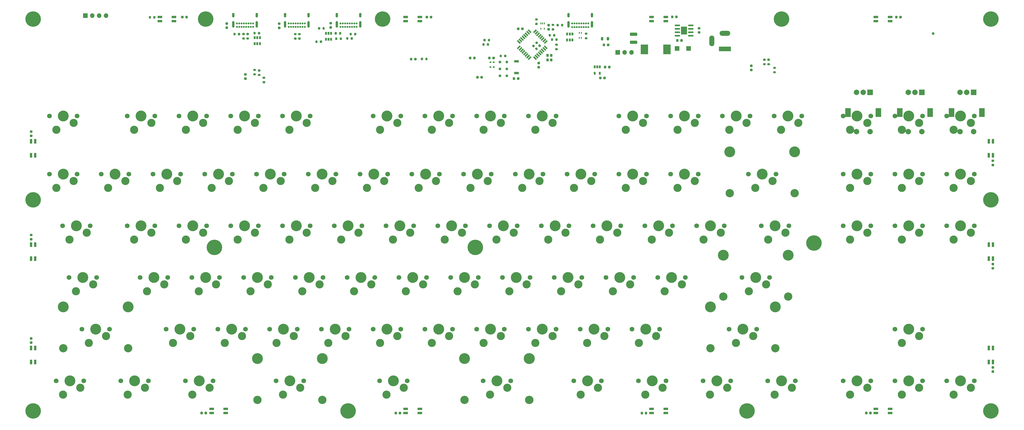
<source format=gbr>
%TF.GenerationSoftware,KiCad,Pcbnew,(5.1.8)-1*%
%TF.CreationDate,2021-09-26T17:56:30+10:00*%
%TF.ProjectId,tkl_keyboard,746b6c5f-6b65-4796-926f-6172642e6b69,rev?*%
%TF.SameCoordinates,Original*%
%TF.FileFunction,Soldermask,Top*%
%TF.FilePolarity,Negative*%
%FSLAX46Y46*%
G04 Gerber Fmt 4.6, Leading zero omitted, Abs format (unit mm)*
G04 Created by KiCad (PCBNEW (5.1.8)-1) date 2021-09-26 17:56:30*
%MOMM*%
%LPD*%
G01*
G04 APERTURE LIST*
%ADD10R,0.820000X1.800000*%
%ADD11R,1.800000X0.820000*%
%ADD12R,0.400000X0.650000*%
%ADD13C,1.000000*%
%ADD14C,5.700000*%
%ADD15R,0.700000X1.000000*%
%ADD16R,2.290000X3.000000*%
%ADD17R,2.700000X3.600000*%
%ADD18O,1.700000X1.700000*%
%ADD19R,1.700000X1.700000*%
%ADD20R,4.400000X1.800000*%
%ADD21O,4.000000X1.800000*%
%ADD22O,1.800000X4.000000*%
%ADD23R,1.800000X1.800000*%
%ADD24O,0.900000X1.700000*%
%ADD25O,0.900000X2.400000*%
%ADD26C,0.700000*%
%ADD27C,3.000000*%
%ADD28C,1.750000*%
%ADD29C,4.000000*%
%ADD30C,3.050000*%
%ADD31R,0.450000X0.750000*%
%ADD32R,1.700000X0.900000*%
%ADD33C,2.000000*%
%ADD34R,2.000000X3.200000*%
%ADD35R,2.000000X2.000000*%
%ADD36R,0.650000X1.060000*%
%ADD37C,0.100000*%
%ADD38R,0.850000X1.000000*%
%ADD39R,0.800000X0.600000*%
G04 APERTURE END LIST*
D10*
%TO.C,D180*%
X21475000Y-104993750D03*
X22975000Y-104993750D03*
X22975000Y-99793750D03*
X21475000Y-99793750D03*
%TD*%
%TO.C,D174*%
X21475000Y-143093750D03*
X22975000Y-143093750D03*
X22975000Y-137893750D03*
X21475000Y-137893750D03*
%TD*%
%TO.C,D167*%
X21475000Y-181193750D03*
X22975000Y-181193750D03*
X22975000Y-175993750D03*
X21475000Y-175993750D03*
%TD*%
D11*
%TO.C,D160*%
X93087500Y-199981250D03*
X93087500Y-198481250D03*
X87887500Y-198481250D03*
X87887500Y-199981250D03*
%TD*%
%TO.C,D31*%
X164525000Y-199981250D03*
X164525000Y-198481250D03*
X159325000Y-198481250D03*
X159325000Y-199981250D03*
%TD*%
%TO.C,D30*%
X332362500Y-54018750D03*
X332362500Y-55518750D03*
X337562500Y-55518750D03*
X337562500Y-54018750D03*
%TD*%
%TO.C,D29*%
X255012500Y-199981250D03*
X255012500Y-198481250D03*
X249812500Y-198481250D03*
X249812500Y-199981250D03*
%TD*%
%TO.C,D28*%
X249812500Y-54018750D03*
X249812500Y-55518750D03*
X255012500Y-55518750D03*
X255012500Y-54018750D03*
%TD*%
%TO.C,D22*%
X337562500Y-199981250D03*
X337562500Y-198481250D03*
X332362500Y-198481250D03*
X332362500Y-199981250D03*
%TD*%
%TO.C,D21*%
X159325000Y-54018750D03*
X159325000Y-55518750D03*
X164525000Y-55518750D03*
X164525000Y-54018750D03*
%TD*%
D10*
%TO.C,D15*%
X375400000Y-175993750D03*
X373900000Y-175993750D03*
X373900000Y-181193750D03*
X375400000Y-181193750D03*
%TD*%
D11*
%TO.C,D14*%
X68837500Y-54018750D03*
X68837500Y-55518750D03*
X74037500Y-55518750D03*
X74037500Y-54018750D03*
%TD*%
D10*
%TO.C,D8*%
X375400000Y-137893750D03*
X373900000Y-137893750D03*
X373900000Y-143093750D03*
X375400000Y-143093750D03*
%TD*%
%TO.C,D2*%
X375400000Y-99793750D03*
X373900000Y-99793750D03*
X373900000Y-104993750D03*
X375400000Y-104993750D03*
%TD*%
D12*
%TO.C,U10*%
X210347080Y-58298080D03*
X209047080Y-58298080D03*
X209697080Y-56398080D03*
X209047080Y-56398080D03*
X210347080Y-56398080D03*
%TD*%
%TO.C,R8*%
G36*
G01*
X207176960Y-56159720D02*
X207726960Y-56159720D01*
G75*
G02*
X207926960Y-56359720I0J-200000D01*
G01*
X207926960Y-56759720D01*
G75*
G02*
X207726960Y-56959720I-200000J0D01*
G01*
X207176960Y-56959720D01*
G75*
G02*
X206976960Y-56759720I0J200000D01*
G01*
X206976960Y-56359720D01*
G75*
G02*
X207176960Y-56159720I200000J0D01*
G01*
G37*
G36*
G01*
X207176960Y-54509720D02*
X207726960Y-54509720D01*
G75*
G02*
X207926960Y-54709720I0J-200000D01*
G01*
X207926960Y-55109720D01*
G75*
G02*
X207726960Y-55309720I-200000J0D01*
G01*
X207176960Y-55309720D01*
G75*
G02*
X206976960Y-55109720I0J200000D01*
G01*
X206976960Y-54709720D01*
G75*
G02*
X207176960Y-54509720I200000J0D01*
G01*
G37*
%TD*%
%TO.C,R46*%
G36*
G01*
X104942960Y-60239320D02*
X104942960Y-59689320D01*
G75*
G02*
X105142960Y-59489320I200000J0D01*
G01*
X105542960Y-59489320D01*
G75*
G02*
X105742960Y-59689320I0J-200000D01*
G01*
X105742960Y-60239320D01*
G75*
G02*
X105542960Y-60439320I-200000J0D01*
G01*
X105142960Y-60439320D01*
G75*
G02*
X104942960Y-60239320I0J200000D01*
G01*
G37*
G36*
G01*
X103292960Y-60239320D02*
X103292960Y-59689320D01*
G75*
G02*
X103492960Y-59489320I200000J0D01*
G01*
X103892960Y-59489320D01*
G75*
G02*
X104092960Y-59689320I0J-200000D01*
G01*
X104092960Y-60239320D01*
G75*
G02*
X103892960Y-60439320I-200000J0D01*
G01*
X103492960Y-60439320D01*
G75*
G02*
X103292960Y-60239320I0J200000D01*
G01*
G37*
%TD*%
%TO.C,R45*%
G36*
G01*
X96727960Y-60034760D02*
X96727960Y-60584760D01*
G75*
G02*
X96527960Y-60784760I-200000J0D01*
G01*
X96127960Y-60784760D01*
G75*
G02*
X95927960Y-60584760I0J200000D01*
G01*
X95927960Y-60034760D01*
G75*
G02*
X96127960Y-59834760I200000J0D01*
G01*
X96527960Y-59834760D01*
G75*
G02*
X96727960Y-60034760I0J-200000D01*
G01*
G37*
G36*
G01*
X98377960Y-60034760D02*
X98377960Y-60584760D01*
G75*
G02*
X98177960Y-60784760I-200000J0D01*
G01*
X97777960Y-60784760D01*
G75*
G02*
X97577960Y-60584760I0J200000D01*
G01*
X97577960Y-60034760D01*
G75*
G02*
X97777960Y-59834760I200000J0D01*
G01*
X98177960Y-59834760D01*
G75*
G02*
X98377960Y-60034760I0J-200000D01*
G01*
G37*
%TD*%
%TO.C,R44*%
G36*
G01*
X126877760Y-62869400D02*
X126877760Y-63419400D01*
G75*
G02*
X126677760Y-63619400I-200000J0D01*
G01*
X126277760Y-63619400D01*
G75*
G02*
X126077760Y-63419400I0J200000D01*
G01*
X126077760Y-62869400D01*
G75*
G02*
X126277760Y-62669400I200000J0D01*
G01*
X126677760Y-62669400D01*
G75*
G02*
X126877760Y-62869400I0J-200000D01*
G01*
G37*
G36*
G01*
X128527760Y-62869400D02*
X128527760Y-63419400D01*
G75*
G02*
X128327760Y-63619400I-200000J0D01*
G01*
X127927760Y-63619400D01*
G75*
G02*
X127727760Y-63419400I0J200000D01*
G01*
X127727760Y-62869400D01*
G75*
G02*
X127927760Y-62669400I200000J0D01*
G01*
X128327760Y-62669400D01*
G75*
G02*
X128527760Y-62869400I0J-200000D01*
G01*
G37*
%TD*%
%TO.C,R43*%
G36*
G01*
X127868360Y-57931640D02*
X127868360Y-58481640D01*
G75*
G02*
X127668360Y-58681640I-200000J0D01*
G01*
X127268360Y-58681640D01*
G75*
G02*
X127068360Y-58481640I0J200000D01*
G01*
X127068360Y-57931640D01*
G75*
G02*
X127268360Y-57731640I200000J0D01*
G01*
X127668360Y-57731640D01*
G75*
G02*
X127868360Y-57931640I0J-200000D01*
G01*
G37*
G36*
G01*
X129518360Y-57931640D02*
X129518360Y-58481640D01*
G75*
G02*
X129318360Y-58681640I-200000J0D01*
G01*
X128918360Y-58681640D01*
G75*
G02*
X128718360Y-58481640I0J200000D01*
G01*
X128718360Y-57931640D01*
G75*
G02*
X128918360Y-57731640I200000J0D01*
G01*
X129318360Y-57731640D01*
G75*
G02*
X129518360Y-57931640I0J-200000D01*
G01*
G37*
%TD*%
%TO.C,R42*%
G36*
G01*
X214548040Y-65471360D02*
X215098040Y-65471360D01*
G75*
G02*
X215298040Y-65671360I0J-200000D01*
G01*
X215298040Y-66071360D01*
G75*
G02*
X215098040Y-66271360I-200000J0D01*
G01*
X214548040Y-66271360D01*
G75*
G02*
X214348040Y-66071360I0J200000D01*
G01*
X214348040Y-65671360D01*
G75*
G02*
X214548040Y-65471360I200000J0D01*
G01*
G37*
G36*
G01*
X214548040Y-63821360D02*
X215098040Y-63821360D01*
G75*
G02*
X215298040Y-64021360I0J-200000D01*
G01*
X215298040Y-64421360D01*
G75*
G02*
X215098040Y-64621360I-200000J0D01*
G01*
X214548040Y-64621360D01*
G75*
G02*
X214348040Y-64421360I0J200000D01*
G01*
X214348040Y-64021360D01*
G75*
G02*
X214548040Y-63821360I200000J0D01*
G01*
G37*
%TD*%
%TO.C,R41*%
G36*
G01*
X134813360Y-60295200D02*
X134813360Y-59745200D01*
G75*
G02*
X135013360Y-59545200I200000J0D01*
G01*
X135413360Y-59545200D01*
G75*
G02*
X135613360Y-59745200I0J-200000D01*
G01*
X135613360Y-60295200D01*
G75*
G02*
X135413360Y-60495200I-200000J0D01*
G01*
X135013360Y-60495200D01*
G75*
G02*
X134813360Y-60295200I0J200000D01*
G01*
G37*
G36*
G01*
X133163360Y-60295200D02*
X133163360Y-59745200D01*
G75*
G02*
X133363360Y-59545200I200000J0D01*
G01*
X133763360Y-59545200D01*
G75*
G02*
X133963360Y-59745200I0J-200000D01*
G01*
X133963360Y-60295200D01*
G75*
G02*
X133763360Y-60495200I-200000J0D01*
G01*
X133363360Y-60495200D01*
G75*
G02*
X133163360Y-60295200I0J200000D01*
G01*
G37*
%TD*%
%TO.C,R40*%
G36*
G01*
X135031800Y-62317040D02*
X135031800Y-61767040D01*
G75*
G02*
X135231800Y-61567040I200000J0D01*
G01*
X135631800Y-61567040D01*
G75*
G02*
X135831800Y-61767040I0J-200000D01*
G01*
X135831800Y-62317040D01*
G75*
G02*
X135631800Y-62517040I-200000J0D01*
G01*
X135231800Y-62517040D01*
G75*
G02*
X135031800Y-62317040I0J200000D01*
G01*
G37*
G36*
G01*
X133381800Y-62317040D02*
X133381800Y-61767040D01*
G75*
G02*
X133581800Y-61567040I200000J0D01*
G01*
X133981800Y-61567040D01*
G75*
G02*
X134181800Y-61767040I0J-200000D01*
G01*
X134181800Y-62317040D01*
G75*
G02*
X133981800Y-62517040I-200000J0D01*
G01*
X133581800Y-62517040D01*
G75*
G02*
X133381800Y-62317040I0J200000D01*
G01*
G37*
%TD*%
%TO.C,C124*%
G36*
G01*
X100580000Y-75621000D02*
X100080000Y-75621000D01*
G75*
G02*
X99855000Y-75396000I0J225000D01*
G01*
X99855000Y-74946000D01*
G75*
G02*
X100080000Y-74721000I225000J0D01*
G01*
X100580000Y-74721000D01*
G75*
G02*
X100805000Y-74946000I0J-225000D01*
G01*
X100805000Y-75396000D01*
G75*
G02*
X100580000Y-75621000I-225000J0D01*
G01*
G37*
G36*
G01*
X100580000Y-77171000D02*
X100080000Y-77171000D01*
G75*
G02*
X99855000Y-76946000I0J225000D01*
G01*
X99855000Y-76496000D01*
G75*
G02*
X100080000Y-76271000I225000J0D01*
G01*
X100580000Y-76271000D01*
G75*
G02*
X100805000Y-76496000I0J-225000D01*
G01*
X100805000Y-76946000D01*
G75*
G02*
X100580000Y-77171000I-225000J0D01*
G01*
G37*
%TD*%
%TO.C,C123*%
G36*
G01*
X286762000Y-72446000D02*
X286262000Y-72446000D01*
G75*
G02*
X286037000Y-72221000I0J225000D01*
G01*
X286037000Y-71771000D01*
G75*
G02*
X286262000Y-71546000I225000J0D01*
G01*
X286762000Y-71546000D01*
G75*
G02*
X286987000Y-71771000I0J-225000D01*
G01*
X286987000Y-72221000D01*
G75*
G02*
X286762000Y-72446000I-225000J0D01*
G01*
G37*
G36*
G01*
X286762000Y-73996000D02*
X286262000Y-73996000D01*
G75*
G02*
X286037000Y-73771000I0J225000D01*
G01*
X286037000Y-73321000D01*
G75*
G02*
X286262000Y-73096000I225000J0D01*
G01*
X286762000Y-73096000D01*
G75*
G02*
X286987000Y-73321000I0J-225000D01*
G01*
X286987000Y-73771000D01*
G75*
G02*
X286762000Y-73996000I-225000J0D01*
G01*
G37*
%TD*%
%TO.C,C122*%
G36*
G01*
X246677000Y-199775000D02*
X246677000Y-200275000D01*
G75*
G02*
X246452000Y-200500000I-225000J0D01*
G01*
X246002000Y-200500000D01*
G75*
G02*
X245777000Y-200275000I0J225000D01*
G01*
X245777000Y-199775000D01*
G75*
G02*
X246002000Y-199550000I225000J0D01*
G01*
X246452000Y-199550000D01*
G75*
G02*
X246677000Y-199775000I0J-225000D01*
G01*
G37*
G36*
G01*
X248227000Y-199775000D02*
X248227000Y-200275000D01*
G75*
G02*
X248002000Y-200500000I-225000J0D01*
G01*
X247552000Y-200500000D01*
G75*
G02*
X247327000Y-200275000I0J225000D01*
G01*
X247327000Y-199775000D01*
G75*
G02*
X247552000Y-199550000I225000J0D01*
G01*
X248002000Y-199550000D01*
G75*
G02*
X248227000Y-199775000I0J-225000D01*
G01*
G37*
%TD*%
%TO.C,R15*%
G36*
G01*
X119907640Y-59926000D02*
X120457640Y-59926000D01*
G75*
G02*
X120657640Y-60126000I0J-200000D01*
G01*
X120657640Y-60526000D01*
G75*
G02*
X120457640Y-60726000I-200000J0D01*
G01*
X119907640Y-60726000D01*
G75*
G02*
X119707640Y-60526000I0J200000D01*
G01*
X119707640Y-60126000D01*
G75*
G02*
X119907640Y-59926000I200000J0D01*
G01*
G37*
G36*
G01*
X119907640Y-61576000D02*
X120457640Y-61576000D01*
G75*
G02*
X120657640Y-61776000I0J-200000D01*
G01*
X120657640Y-62176000D01*
G75*
G02*
X120457640Y-62376000I-200000J0D01*
G01*
X119907640Y-62376000D01*
G75*
G02*
X119707640Y-62176000I0J200000D01*
G01*
X119707640Y-61776000D01*
G75*
G02*
X119907640Y-61576000I200000J0D01*
G01*
G37*
%TD*%
%TO.C,R3*%
G36*
G01*
X165687800Y-69204800D02*
X165687800Y-69754800D01*
G75*
G02*
X165487800Y-69954800I-200000J0D01*
G01*
X165087800Y-69954800D01*
G75*
G02*
X164887800Y-69754800I0J200000D01*
G01*
X164887800Y-69204800D01*
G75*
G02*
X165087800Y-69004800I200000J0D01*
G01*
X165487800Y-69004800D01*
G75*
G02*
X165687800Y-69204800I0J-200000D01*
G01*
G37*
G36*
G01*
X167337800Y-69204800D02*
X167337800Y-69754800D01*
G75*
G02*
X167137800Y-69954800I-200000J0D01*
G01*
X166737800Y-69954800D01*
G75*
G02*
X166537800Y-69754800I0J200000D01*
G01*
X166537800Y-69204800D01*
G75*
G02*
X166737800Y-69004800I200000J0D01*
G01*
X167137800Y-69004800D01*
G75*
G02*
X167337800Y-69204800I0J-200000D01*
G01*
G37*
%TD*%
%TO.C,D194*%
G36*
G01*
X161752800Y-69263550D02*
X161752800Y-69776050D01*
G75*
G02*
X161534050Y-69994800I-218750J0D01*
G01*
X161096550Y-69994800D01*
G75*
G02*
X160877800Y-69776050I0J218750D01*
G01*
X160877800Y-69263550D01*
G75*
G02*
X161096550Y-69044800I218750J0D01*
G01*
X161534050Y-69044800D01*
G75*
G02*
X161752800Y-69263550I0J-218750D01*
G01*
G37*
G36*
G01*
X163327800Y-69263550D02*
X163327800Y-69776050D01*
G75*
G02*
X163109050Y-69994800I-218750J0D01*
G01*
X162671550Y-69994800D01*
G75*
G02*
X162452800Y-69776050I0J218750D01*
G01*
X162452800Y-69263550D01*
G75*
G02*
X162671550Y-69044800I218750J0D01*
G01*
X163109050Y-69044800D01*
G75*
G02*
X163327800Y-69263550I0J-218750D01*
G01*
G37*
%TD*%
D13*
%TO.C,TP2*%
X353415600Y-60121800D03*
%TD*%
D14*
%TO.C,H14*%
X150812500Y-54768750D03*
%TD*%
%TO.C,H13*%
X85725000Y-54768750D03*
%TD*%
D15*
%TO.C,U9*%
X230759000Y-74777300D03*
X228859000Y-74777300D03*
X228859000Y-72377300D03*
X229809000Y-72377300D03*
X230759000Y-72377300D03*
%TD*%
D16*
%TO.C,U2*%
X261772400Y-59019440D03*
G36*
G01*
X260272400Y-60774440D02*
X260272400Y-61074440D01*
G75*
G02*
X260122400Y-61224440I-150000J0D01*
G01*
X258472400Y-61224440D01*
G75*
G02*
X258322400Y-61074440I0J150000D01*
G01*
X258322400Y-60774440D01*
G75*
G02*
X258472400Y-60624440I150000J0D01*
G01*
X260122400Y-60624440D01*
G75*
G02*
X260272400Y-60774440I0J-150000D01*
G01*
G37*
G36*
G01*
X260272400Y-59504440D02*
X260272400Y-59804440D01*
G75*
G02*
X260122400Y-59954440I-150000J0D01*
G01*
X258472400Y-59954440D01*
G75*
G02*
X258322400Y-59804440I0J150000D01*
G01*
X258322400Y-59504440D01*
G75*
G02*
X258472400Y-59354440I150000J0D01*
G01*
X260122400Y-59354440D01*
G75*
G02*
X260272400Y-59504440I0J-150000D01*
G01*
G37*
G36*
G01*
X260272400Y-58234440D02*
X260272400Y-58534440D01*
G75*
G02*
X260122400Y-58684440I-150000J0D01*
G01*
X258472400Y-58684440D01*
G75*
G02*
X258322400Y-58534440I0J150000D01*
G01*
X258322400Y-58234440D01*
G75*
G02*
X258472400Y-58084440I150000J0D01*
G01*
X260122400Y-58084440D01*
G75*
G02*
X260272400Y-58234440I0J-150000D01*
G01*
G37*
G36*
G01*
X260272400Y-56964440D02*
X260272400Y-57264440D01*
G75*
G02*
X260122400Y-57414440I-150000J0D01*
G01*
X258472400Y-57414440D01*
G75*
G02*
X258322400Y-57264440I0J150000D01*
G01*
X258322400Y-56964440D01*
G75*
G02*
X258472400Y-56814440I150000J0D01*
G01*
X260122400Y-56814440D01*
G75*
G02*
X260272400Y-56964440I0J-150000D01*
G01*
G37*
G36*
G01*
X265222400Y-56964440D02*
X265222400Y-57264440D01*
G75*
G02*
X265072400Y-57414440I-150000J0D01*
G01*
X263422400Y-57414440D01*
G75*
G02*
X263272400Y-57264440I0J150000D01*
G01*
X263272400Y-56964440D01*
G75*
G02*
X263422400Y-56814440I150000J0D01*
G01*
X265072400Y-56814440D01*
G75*
G02*
X265222400Y-56964440I0J-150000D01*
G01*
G37*
G36*
G01*
X265222400Y-58234440D02*
X265222400Y-58534440D01*
G75*
G02*
X265072400Y-58684440I-150000J0D01*
G01*
X263422400Y-58684440D01*
G75*
G02*
X263272400Y-58534440I0J150000D01*
G01*
X263272400Y-58234440D01*
G75*
G02*
X263422400Y-58084440I150000J0D01*
G01*
X265072400Y-58084440D01*
G75*
G02*
X265222400Y-58234440I0J-150000D01*
G01*
G37*
G36*
G01*
X265222400Y-59504440D02*
X265222400Y-59804440D01*
G75*
G02*
X265072400Y-59954440I-150000J0D01*
G01*
X263422400Y-59954440D01*
G75*
G02*
X263272400Y-59804440I0J150000D01*
G01*
X263272400Y-59504440D01*
G75*
G02*
X263422400Y-59354440I150000J0D01*
G01*
X265072400Y-59354440D01*
G75*
G02*
X265222400Y-59504440I0J-150000D01*
G01*
G37*
G36*
G01*
X265222400Y-60774440D02*
X265222400Y-61074440D01*
G75*
G02*
X265072400Y-61224440I-150000J0D01*
G01*
X263422400Y-61224440D01*
G75*
G02*
X263272400Y-61074440I0J150000D01*
G01*
X263272400Y-60774440D01*
G75*
G02*
X263422400Y-60624440I150000J0D01*
G01*
X265072400Y-60624440D01*
G75*
G02*
X265222400Y-60774440I0J-150000D01*
G01*
G37*
%TD*%
D17*
%TO.C,L2*%
X247183000Y-65928240D03*
X255483000Y-65928240D03*
%TD*%
D18*
%TO.C,J8*%
X242402360Y-67020440D03*
X239862360Y-67020440D03*
D19*
X237322360Y-67020440D03*
%TD*%
D20*
%TO.C,J7*%
X276763480Y-65780920D03*
D21*
X276763480Y-59980920D03*
D22*
X271963480Y-62780920D03*
%TD*%
D14*
%TO.C,H12*%
X284937200Y-199231250D03*
%TD*%
%TO.C,H11*%
X374650000Y-121443750D03*
%TD*%
%TO.C,H10*%
X138112500Y-199231250D03*
%TD*%
%TO.C,H9*%
X22225000Y-121443750D03*
%TD*%
%TO.C,H8*%
X309562500Y-137318750D03*
%TD*%
%TO.C,H7*%
X184943750Y-138906250D03*
%TD*%
%TO.C,H6*%
X297656250Y-54768750D03*
%TD*%
%TO.C,H5*%
X88900000Y-138906250D03*
%TD*%
D23*
%TO.C,D1*%
X263410700Y-65572640D03*
X259210700Y-65572640D03*
%TD*%
%TO.C,C121*%
G36*
G01*
X244284681Y-60954080D02*
X242084679Y-60954080D01*
G75*
G02*
X241834680Y-60704081I0J249999D01*
G01*
X241834680Y-60054079D01*
G75*
G02*
X242084679Y-59804080I249999J0D01*
G01*
X244284681Y-59804080D01*
G75*
G02*
X244534680Y-60054079I0J-249999D01*
G01*
X244534680Y-60704081D01*
G75*
G02*
X244284681Y-60954080I-249999J0D01*
G01*
G37*
G36*
G01*
X244284681Y-63904080D02*
X242084679Y-63904080D01*
G75*
G02*
X241834680Y-63654081I0J249999D01*
G01*
X241834680Y-63004079D01*
G75*
G02*
X242084679Y-62754080I249999J0D01*
G01*
X244284681Y-62754080D01*
G75*
G02*
X244534680Y-63004079I0J-249999D01*
G01*
X244534680Y-63654081D01*
G75*
G02*
X244284681Y-63904080I-249999J0D01*
G01*
G37*
%TD*%
%TO.C,C120*%
G36*
G01*
X232049200Y-76724320D02*
X232049200Y-76224320D01*
G75*
G02*
X232274200Y-75999320I225000J0D01*
G01*
X232724200Y-75999320D01*
G75*
G02*
X232949200Y-76224320I0J-225000D01*
G01*
X232949200Y-76724320D01*
G75*
G02*
X232724200Y-76949320I-225000J0D01*
G01*
X232274200Y-76949320D01*
G75*
G02*
X232049200Y-76724320I0J225000D01*
G01*
G37*
G36*
G01*
X230499200Y-76724320D02*
X230499200Y-76224320D01*
G75*
G02*
X230724200Y-75999320I225000J0D01*
G01*
X231174200Y-75999320D01*
G75*
G02*
X231399200Y-76224320I0J-225000D01*
G01*
X231399200Y-76724320D01*
G75*
G02*
X231174200Y-76949320I-225000J0D01*
G01*
X230724200Y-76949320D01*
G75*
G02*
X230499200Y-76724320I0J225000D01*
G01*
G37*
%TD*%
%TO.C,C119*%
G36*
G01*
X259733200Y-62401640D02*
X259733200Y-62901640D01*
G75*
G02*
X259508200Y-63126640I-225000J0D01*
G01*
X259058200Y-63126640D01*
G75*
G02*
X258833200Y-62901640I0J225000D01*
G01*
X258833200Y-62401640D01*
G75*
G02*
X259058200Y-62176640I225000J0D01*
G01*
X259508200Y-62176640D01*
G75*
G02*
X259733200Y-62401640I0J-225000D01*
G01*
G37*
G36*
G01*
X261283200Y-62401640D02*
X261283200Y-62901640D01*
G75*
G02*
X261058200Y-63126640I-225000J0D01*
G01*
X260608200Y-63126640D01*
G75*
G02*
X260383200Y-62901640I0J225000D01*
G01*
X260383200Y-62401640D01*
G75*
G02*
X260608200Y-62176640I225000J0D01*
G01*
X261058200Y-62176640D01*
G75*
G02*
X261283200Y-62401640I0J-225000D01*
G01*
G37*
%TD*%
%TO.C,C5*%
G36*
G01*
X233791640Y-72726360D02*
X233791640Y-72226360D01*
G75*
G02*
X234016640Y-72001360I225000J0D01*
G01*
X234466640Y-72001360D01*
G75*
G02*
X234691640Y-72226360I0J-225000D01*
G01*
X234691640Y-72726360D01*
G75*
G02*
X234466640Y-72951360I-225000J0D01*
G01*
X234016640Y-72951360D01*
G75*
G02*
X233791640Y-72726360I0J225000D01*
G01*
G37*
G36*
G01*
X232241640Y-72726360D02*
X232241640Y-72226360D01*
G75*
G02*
X232466640Y-72001360I225000J0D01*
G01*
X232916640Y-72001360D01*
G75*
G02*
X233141640Y-72226360I0J-225000D01*
G01*
X233141640Y-72726360D01*
G75*
G02*
X232916640Y-72951360I-225000J0D01*
G01*
X232466640Y-72951360D01*
G75*
G02*
X232241640Y-72726360I0J225000D01*
G01*
G37*
%TD*%
%TO.C,C4*%
G36*
G01*
X267559600Y-58595080D02*
X267059600Y-58595080D01*
G75*
G02*
X266834600Y-58370080I0J225000D01*
G01*
X266834600Y-57920080D01*
G75*
G02*
X267059600Y-57695080I225000J0D01*
G01*
X267559600Y-57695080D01*
G75*
G02*
X267784600Y-57920080I0J-225000D01*
G01*
X267784600Y-58370080D01*
G75*
G02*
X267559600Y-58595080I-225000J0D01*
G01*
G37*
G36*
G01*
X267559600Y-60145080D02*
X267059600Y-60145080D01*
G75*
G02*
X266834600Y-59920080I0J225000D01*
G01*
X266834600Y-59470080D01*
G75*
G02*
X267059600Y-59245080I225000J0D01*
G01*
X267559600Y-59245080D01*
G75*
G02*
X267784600Y-59470080I0J-225000D01*
G01*
X267784600Y-59920080D01*
G75*
G02*
X267559600Y-60145080I-225000J0D01*
G01*
G37*
%TD*%
D13*
%TO.C,J5*%
X194030600Y-70637400D03*
X196570600Y-70637400D03*
X194030600Y-73177400D03*
X196570600Y-73177400D03*
X194030600Y-75717400D03*
X196570600Y-75717400D03*
%TD*%
D18*
%TO.C,J6*%
X44002960Y-53467000D03*
D19*
X41462960Y-53467000D03*
D18*
X49082960Y-53467000D03*
X46542960Y-53467000D03*
%TD*%
D24*
%TO.C,J2*%
X133987500Y-53329750D03*
X142637500Y-53329750D03*
D25*
X133987500Y-56709750D03*
X142637500Y-56709750D03*
D26*
X137887500Y-56339750D03*
X135337500Y-56339750D03*
X136187500Y-56339750D03*
X137037500Y-56339750D03*
X141287500Y-56339750D03*
X139587500Y-56339750D03*
X138737500Y-56339750D03*
X140437500Y-56339750D03*
X135337500Y-57689750D03*
X136187500Y-57689750D03*
X137037500Y-57689750D03*
X137887500Y-57689750D03*
X138737500Y-57689750D03*
X139587500Y-57689750D03*
X140437500Y-57689750D03*
X141287500Y-57689750D03*
%TD*%
D27*
%TO.C,SW93*%
X322897500Y-136048750D03*
X329247500Y-133508750D03*
D28*
X320357500Y-130968750D03*
X330517500Y-130968750D03*
D29*
X325437500Y-130968750D03*
%TD*%
D30*
%TO.C,SW74*%
X271430750Y-176068750D03*
D29*
X271430750Y-160828750D03*
X295306750Y-160828750D03*
D30*
X295306750Y-176068750D03*
D27*
X280828750Y-174148750D03*
X287178750Y-171608750D03*
D28*
X278288750Y-169068750D03*
X288448750Y-169068750D03*
D29*
X283368750Y-169068750D03*
%TD*%
%TO.C,C3*%
G36*
G01*
X234262080Y-64022160D02*
X234262080Y-64522160D01*
G75*
G02*
X234037080Y-64747160I-225000J0D01*
G01*
X233587080Y-64747160D01*
G75*
G02*
X233362080Y-64522160I0J225000D01*
G01*
X233362080Y-64022160D01*
G75*
G02*
X233587080Y-63797160I225000J0D01*
G01*
X234037080Y-63797160D01*
G75*
G02*
X234262080Y-64022160I0J-225000D01*
G01*
G37*
G36*
G01*
X232712080Y-64022160D02*
X232712080Y-64522160D01*
G75*
G02*
X232487080Y-64747160I-225000J0D01*
G01*
X232037080Y-64747160D01*
G75*
G02*
X231812080Y-64522160I0J225000D01*
G01*
X231812080Y-64022160D01*
G75*
G02*
X232037080Y-63797160I225000J0D01*
G01*
X232487080Y-63797160D01*
G75*
G02*
X232712080Y-64022160I0J-225000D01*
G01*
G37*
%TD*%
%TO.C,C6*%
G36*
G01*
X211687600Y-58097000D02*
X212187600Y-58097000D01*
G75*
G02*
X212412600Y-58322000I0J-225000D01*
G01*
X212412600Y-58772000D01*
G75*
G02*
X212187600Y-58997000I-225000J0D01*
G01*
X211687600Y-58997000D01*
G75*
G02*
X211462600Y-58772000I0J225000D01*
G01*
X211462600Y-58322000D01*
G75*
G02*
X211687600Y-58097000I225000J0D01*
G01*
G37*
G36*
G01*
X211687600Y-56547000D02*
X212187600Y-56547000D01*
G75*
G02*
X212412600Y-56772000I0J-225000D01*
G01*
X212412600Y-57222000D01*
G75*
G02*
X212187600Y-57447000I-225000J0D01*
G01*
X211687600Y-57447000D01*
G75*
G02*
X211462600Y-57222000I0J225000D01*
G01*
X211462600Y-56772000D01*
G75*
G02*
X211687600Y-56547000I225000J0D01*
G01*
G37*
%TD*%
%TO.C,C7*%
G36*
G01*
X208037620Y-70532240D02*
X208537620Y-70532240D01*
G75*
G02*
X208762620Y-70757240I0J-225000D01*
G01*
X208762620Y-71207240D01*
G75*
G02*
X208537620Y-71432240I-225000J0D01*
G01*
X208037620Y-71432240D01*
G75*
G02*
X207812620Y-71207240I0J225000D01*
G01*
X207812620Y-70757240D01*
G75*
G02*
X208037620Y-70532240I225000J0D01*
G01*
G37*
G36*
G01*
X208037620Y-72082240D02*
X208537620Y-72082240D01*
G75*
G02*
X208762620Y-72307240I0J-225000D01*
G01*
X208762620Y-72757240D01*
G75*
G02*
X208537620Y-72982240I-225000J0D01*
G01*
X208037620Y-72982240D01*
G75*
G02*
X207812620Y-72757240I0J225000D01*
G01*
X207812620Y-72307240D01*
G75*
G02*
X208037620Y-72082240I225000J0D01*
G01*
G37*
%TD*%
%TO.C,C8*%
G36*
G01*
X201178280Y-58098880D02*
X201178280Y-58598880D01*
G75*
G02*
X200953280Y-58823880I-225000J0D01*
G01*
X200503280Y-58823880D01*
G75*
G02*
X200278280Y-58598880I0J225000D01*
G01*
X200278280Y-58098880D01*
G75*
G02*
X200503280Y-57873880I225000J0D01*
G01*
X200953280Y-57873880D01*
G75*
G02*
X201178280Y-58098880I0J-225000D01*
G01*
G37*
G36*
G01*
X202728280Y-58098880D02*
X202728280Y-58598880D01*
G75*
G02*
X202503280Y-58823880I-225000J0D01*
G01*
X202053280Y-58823880D01*
G75*
G02*
X201828280Y-58598880I0J225000D01*
G01*
X201828280Y-58098880D01*
G75*
G02*
X202053280Y-57873880I225000J0D01*
G01*
X202503280Y-57873880D01*
G75*
G02*
X202728280Y-58098880I0J-225000D01*
G01*
G37*
%TD*%
%TO.C,C23*%
G36*
G01*
X329270180Y-199726740D02*
X329270180Y-200226740D01*
G75*
G02*
X329045180Y-200451740I-225000J0D01*
G01*
X328595180Y-200451740D01*
G75*
G02*
X328370180Y-200226740I0J225000D01*
G01*
X328370180Y-199726740D01*
G75*
G02*
X328595180Y-199501740I225000J0D01*
G01*
X329045180Y-199501740D01*
G75*
G02*
X329270180Y-199726740I0J-225000D01*
G01*
G37*
G36*
G01*
X330820180Y-199726740D02*
X330820180Y-200226740D01*
G75*
G02*
X330595180Y-200451740I-225000J0D01*
G01*
X330145180Y-200451740D01*
G75*
G02*
X329920180Y-200226740I0J225000D01*
G01*
X329920180Y-199726740D01*
G75*
G02*
X330145180Y-199501740I225000J0D01*
G01*
X330595180Y-199501740D01*
G75*
G02*
X330820180Y-199726740I0J-225000D01*
G01*
G37*
%TD*%
%TO.C,C25*%
G36*
G01*
X375156920Y-108115280D02*
X375656920Y-108115280D01*
G75*
G02*
X375881920Y-108340280I0J-225000D01*
G01*
X375881920Y-108790280D01*
G75*
G02*
X375656920Y-109015280I-225000J0D01*
G01*
X375156920Y-109015280D01*
G75*
G02*
X374931920Y-108790280I0J225000D01*
G01*
X374931920Y-108340280D01*
G75*
G02*
X375156920Y-108115280I225000J0D01*
G01*
G37*
G36*
G01*
X375156920Y-106565280D02*
X375656920Y-106565280D01*
G75*
G02*
X375881920Y-106790280I0J-225000D01*
G01*
X375881920Y-107240280D01*
G75*
G02*
X375656920Y-107465280I-225000J0D01*
G01*
X375156920Y-107465280D01*
G75*
G02*
X374931920Y-107240280I0J225000D01*
G01*
X374931920Y-106790280D01*
G75*
G02*
X375156920Y-106565280I225000J0D01*
G01*
G37*
%TD*%
%TO.C,C31*%
G36*
G01*
X339427400Y-54301200D02*
X339427400Y-53801200D01*
G75*
G02*
X339652400Y-53576200I225000J0D01*
G01*
X340102400Y-53576200D01*
G75*
G02*
X340327400Y-53801200I0J-225000D01*
G01*
X340327400Y-54301200D01*
G75*
G02*
X340102400Y-54526200I-225000J0D01*
G01*
X339652400Y-54526200D01*
G75*
G02*
X339427400Y-54301200I0J225000D01*
G01*
G37*
G36*
G01*
X340977400Y-54301200D02*
X340977400Y-53801200D01*
G75*
G02*
X341202400Y-53576200I225000J0D01*
G01*
X341652400Y-53576200D01*
G75*
G02*
X341877400Y-53801200I0J-225000D01*
G01*
X341877400Y-54301200D01*
G75*
G02*
X341652400Y-54526200I-225000J0D01*
G01*
X341202400Y-54526200D01*
G75*
G02*
X340977400Y-54301200I0J225000D01*
G01*
G37*
%TD*%
%TO.C,C32*%
G36*
G01*
X21720620Y-174485720D02*
X21220620Y-174485720D01*
G75*
G02*
X20995620Y-174260720I0J225000D01*
G01*
X20995620Y-173810720D01*
G75*
G02*
X21220620Y-173585720I225000J0D01*
G01*
X21720620Y-173585720D01*
G75*
G02*
X21945620Y-173810720I0J-225000D01*
G01*
X21945620Y-174260720D01*
G75*
G02*
X21720620Y-174485720I-225000J0D01*
G01*
G37*
G36*
G01*
X21720620Y-172935720D02*
X21220620Y-172935720D01*
G75*
G02*
X20995620Y-172710720I0J225000D01*
G01*
X20995620Y-172260720D01*
G75*
G02*
X21220620Y-172035720I225000J0D01*
G01*
X21720620Y-172035720D01*
G75*
G02*
X21945620Y-172260720I0J-225000D01*
G01*
X21945620Y-172710720D01*
G75*
G02*
X21720620Y-172935720I-225000J0D01*
G01*
G37*
%TD*%
%TO.C,C39*%
G36*
G01*
X86213100Y-199731820D02*
X86213100Y-200231820D01*
G75*
G02*
X85988100Y-200456820I-225000J0D01*
G01*
X85538100Y-200456820D01*
G75*
G02*
X85313100Y-200231820I0J225000D01*
G01*
X85313100Y-199731820D01*
G75*
G02*
X85538100Y-199506820I225000J0D01*
G01*
X85988100Y-199506820D01*
G75*
G02*
X86213100Y-199731820I0J-225000D01*
G01*
G37*
G36*
G01*
X84663100Y-199731820D02*
X84663100Y-200231820D01*
G75*
G02*
X84438100Y-200456820I-225000J0D01*
G01*
X83988100Y-200456820D01*
G75*
G02*
X83763100Y-200231820I0J225000D01*
G01*
X83763100Y-199731820D01*
G75*
G02*
X83988100Y-199506820I225000J0D01*
G01*
X84438100Y-199506820D01*
G75*
G02*
X84663100Y-199731820I0J-225000D01*
G01*
G37*
%TD*%
%TO.C,C42*%
G36*
G01*
X190568400Y-68863400D02*
X190568400Y-69363400D01*
G75*
G02*
X190343400Y-69588400I-225000J0D01*
G01*
X189893400Y-69588400D01*
G75*
G02*
X189668400Y-69363400I0J225000D01*
G01*
X189668400Y-68863400D01*
G75*
G02*
X189893400Y-68638400I225000J0D01*
G01*
X190343400Y-68638400D01*
G75*
G02*
X190568400Y-68863400I0J-225000D01*
G01*
G37*
G36*
G01*
X192118400Y-68863400D02*
X192118400Y-69363400D01*
G75*
G02*
X191893400Y-69588400I-225000J0D01*
G01*
X191443400Y-69588400D01*
G75*
G02*
X191218400Y-69363400I0J225000D01*
G01*
X191218400Y-68863400D01*
G75*
G02*
X191443400Y-68638400I225000J0D01*
G01*
X191893400Y-68638400D01*
G75*
G02*
X192118400Y-68863400I0J-225000D01*
G01*
G37*
%TD*%
%TO.C,C44*%
G36*
G01*
X187724200Y-75975400D02*
X187724200Y-76475400D01*
G75*
G02*
X187499200Y-76700400I-225000J0D01*
G01*
X187049200Y-76700400D01*
G75*
G02*
X186824200Y-76475400I0J225000D01*
G01*
X186824200Y-75975400D01*
G75*
G02*
X187049200Y-75750400I225000J0D01*
G01*
X187499200Y-75750400D01*
G75*
G02*
X187724200Y-75975400I0J-225000D01*
G01*
G37*
G36*
G01*
X186174200Y-75975400D02*
X186174200Y-76475400D01*
G75*
G02*
X185949200Y-76700400I-225000J0D01*
G01*
X185499200Y-76700400D01*
G75*
G02*
X185274200Y-76475400I0J225000D01*
G01*
X185274200Y-75975400D01*
G75*
G02*
X185499200Y-75750400I225000J0D01*
G01*
X185949200Y-75750400D01*
G75*
G02*
X186174200Y-75975400I0J-225000D01*
G01*
G37*
%TD*%
%TO.C,C45*%
G36*
G01*
X183494500Y-68876100D02*
X183494500Y-69376100D01*
G75*
G02*
X183269500Y-69601100I-225000J0D01*
G01*
X182819500Y-69601100D01*
G75*
G02*
X182594500Y-69376100I0J225000D01*
G01*
X182594500Y-68876100D01*
G75*
G02*
X182819500Y-68651100I225000J0D01*
G01*
X183269500Y-68651100D01*
G75*
G02*
X183494500Y-68876100I0J-225000D01*
G01*
G37*
G36*
G01*
X185044500Y-68876100D02*
X185044500Y-69376100D01*
G75*
G02*
X184819500Y-69601100I-225000J0D01*
G01*
X184369500Y-69601100D01*
G75*
G02*
X184144500Y-69376100I0J225000D01*
G01*
X184144500Y-68876100D01*
G75*
G02*
X184369500Y-68651100I225000J0D01*
G01*
X184819500Y-68651100D01*
G75*
G02*
X185044500Y-68876100I0J-225000D01*
G01*
G37*
%TD*%
%TO.C,C46*%
G36*
G01*
X200273500Y-76947840D02*
X200273500Y-76447840D01*
G75*
G02*
X200498500Y-76222840I225000J0D01*
G01*
X200948500Y-76222840D01*
G75*
G02*
X201173500Y-76447840I0J-225000D01*
G01*
X201173500Y-76947840D01*
G75*
G02*
X200948500Y-77172840I-225000J0D01*
G01*
X200498500Y-77172840D01*
G75*
G02*
X200273500Y-76947840I0J225000D01*
G01*
G37*
G36*
G01*
X198723500Y-76947840D02*
X198723500Y-76447840D01*
G75*
G02*
X198948500Y-76222840I225000J0D01*
G01*
X199398500Y-76222840D01*
G75*
G02*
X199623500Y-76447840I0J-225000D01*
G01*
X199623500Y-76947840D01*
G75*
G02*
X199398500Y-77172840I-225000J0D01*
G01*
X198948500Y-77172840D01*
G75*
G02*
X198723500Y-76947840I0J225000D01*
G01*
G37*
%TD*%
%TO.C,C59*%
G36*
G01*
X168196440Y-54288500D02*
X168196440Y-53788500D01*
G75*
G02*
X168421440Y-53563500I225000J0D01*
G01*
X168871440Y-53563500D01*
G75*
G02*
X169096440Y-53788500I0J-225000D01*
G01*
X169096440Y-54288500D01*
G75*
G02*
X168871440Y-54513500I-225000J0D01*
G01*
X168421440Y-54513500D01*
G75*
G02*
X168196440Y-54288500I0J225000D01*
G01*
G37*
G36*
G01*
X166646440Y-54288500D02*
X166646440Y-53788500D01*
G75*
G02*
X166871440Y-53563500I225000J0D01*
G01*
X167321440Y-53563500D01*
G75*
G02*
X167546440Y-53788500I0J-225000D01*
G01*
X167546440Y-54288500D01*
G75*
G02*
X167321440Y-54513500I-225000J0D01*
G01*
X166871440Y-54513500D01*
G75*
G02*
X166646440Y-54288500I0J225000D01*
G01*
G37*
%TD*%
%TO.C,C72*%
G36*
G01*
X256953600Y-54225000D02*
X256953600Y-53725000D01*
G75*
G02*
X257178600Y-53500000I225000J0D01*
G01*
X257628600Y-53500000D01*
G75*
G02*
X257853600Y-53725000I0J-225000D01*
G01*
X257853600Y-54225000D01*
G75*
G02*
X257628600Y-54450000I-225000J0D01*
G01*
X257178600Y-54450000D01*
G75*
G02*
X256953600Y-54225000I0J225000D01*
G01*
G37*
G36*
G01*
X258503600Y-54225000D02*
X258503600Y-53725000D01*
G75*
G02*
X258728600Y-53500000I225000J0D01*
G01*
X259178600Y-53500000D01*
G75*
G02*
X259403600Y-53725000I0J-225000D01*
G01*
X259403600Y-54225000D01*
G75*
G02*
X259178600Y-54450000I-225000J0D01*
G01*
X258728600Y-54450000D01*
G75*
G02*
X258503600Y-54225000I0J225000D01*
G01*
G37*
%TD*%
%TO.C,C74*%
G36*
G01*
X78225230Y-54291040D02*
X78225230Y-53791040D01*
G75*
G02*
X78450230Y-53566040I225000J0D01*
G01*
X78900230Y-53566040D01*
G75*
G02*
X79125230Y-53791040I0J-225000D01*
G01*
X79125230Y-54291040D01*
G75*
G02*
X78900230Y-54516040I-225000J0D01*
G01*
X78450230Y-54516040D01*
G75*
G02*
X78225230Y-54291040I0J225000D01*
G01*
G37*
G36*
G01*
X76675230Y-54291040D02*
X76675230Y-53791040D01*
G75*
G02*
X76900230Y-53566040I225000J0D01*
G01*
X77350230Y-53566040D01*
G75*
G02*
X77575230Y-53791040I0J-225000D01*
G01*
X77575230Y-54291040D01*
G75*
G02*
X77350230Y-54516040I-225000J0D01*
G01*
X76900230Y-54516040D01*
G75*
G02*
X76675230Y-54291040I0J225000D01*
G01*
G37*
%TD*%
%TO.C,C75*%
G36*
G01*
X375172160Y-182719560D02*
X375672160Y-182719560D01*
G75*
G02*
X375897160Y-182944560I0J-225000D01*
G01*
X375897160Y-183394560D01*
G75*
G02*
X375672160Y-183619560I-225000J0D01*
G01*
X375172160Y-183619560D01*
G75*
G02*
X374947160Y-183394560I0J225000D01*
G01*
X374947160Y-182944560D01*
G75*
G02*
X375172160Y-182719560I225000J0D01*
G01*
G37*
G36*
G01*
X375172160Y-184269560D02*
X375672160Y-184269560D01*
G75*
G02*
X375897160Y-184494560I0J-225000D01*
G01*
X375897160Y-184944560D01*
G75*
G02*
X375672160Y-185169560I-225000J0D01*
G01*
X375172160Y-185169560D01*
G75*
G02*
X374947160Y-184944560I0J225000D01*
G01*
X374947160Y-184494560D01*
G75*
G02*
X375172160Y-184269560I225000J0D01*
G01*
G37*
%TD*%
%TO.C,C87*%
G36*
G01*
X375167080Y-144629720D02*
X375667080Y-144629720D01*
G75*
G02*
X375892080Y-144854720I0J-225000D01*
G01*
X375892080Y-145304720D01*
G75*
G02*
X375667080Y-145529720I-225000J0D01*
G01*
X375167080Y-145529720D01*
G75*
G02*
X374942080Y-145304720I0J225000D01*
G01*
X374942080Y-144854720D01*
G75*
G02*
X375167080Y-144629720I225000J0D01*
G01*
G37*
G36*
G01*
X375167080Y-146179720D02*
X375667080Y-146179720D01*
G75*
G02*
X375892080Y-146404720I0J-225000D01*
G01*
X375892080Y-146854720D01*
G75*
G02*
X375667080Y-147079720I-225000J0D01*
G01*
X375167080Y-147079720D01*
G75*
G02*
X374942080Y-146854720I0J225000D01*
G01*
X374942080Y-146404720D01*
G75*
G02*
X375167080Y-146179720I225000J0D01*
G01*
G37*
%TD*%
%TO.C,C88*%
G36*
G01*
X21718080Y-136373020D02*
X21218080Y-136373020D01*
G75*
G02*
X20993080Y-136148020I0J225000D01*
G01*
X20993080Y-135698020D01*
G75*
G02*
X21218080Y-135473020I225000J0D01*
G01*
X21718080Y-135473020D01*
G75*
G02*
X21943080Y-135698020I0J-225000D01*
G01*
X21943080Y-136148020D01*
G75*
G02*
X21718080Y-136373020I-225000J0D01*
G01*
G37*
G36*
G01*
X21718080Y-134823020D02*
X21218080Y-134823020D01*
G75*
G02*
X20993080Y-134598020I0J225000D01*
G01*
X20993080Y-134148020D01*
G75*
G02*
X21218080Y-133923020I225000J0D01*
G01*
X21718080Y-133923020D01*
G75*
G02*
X21943080Y-134148020I0J-225000D01*
G01*
X21943080Y-134598020D01*
G75*
G02*
X21718080Y-134823020I-225000J0D01*
G01*
G37*
%TD*%
%TO.C,C101*%
G36*
G01*
X21730780Y-96700160D02*
X21230780Y-96700160D01*
G75*
G02*
X21005780Y-96475160I0J225000D01*
G01*
X21005780Y-96025160D01*
G75*
G02*
X21230780Y-95800160I225000J0D01*
G01*
X21730780Y-95800160D01*
G75*
G02*
X21955780Y-96025160I0J-225000D01*
G01*
X21955780Y-96475160D01*
G75*
G02*
X21730780Y-96700160I-225000J0D01*
G01*
G37*
G36*
G01*
X21730780Y-98250160D02*
X21230780Y-98250160D01*
G75*
G02*
X21005780Y-98025160I0J225000D01*
G01*
X21005780Y-97575160D01*
G75*
G02*
X21230780Y-97350160I225000J0D01*
G01*
X21730780Y-97350160D01*
G75*
G02*
X21955780Y-97575160I0J-225000D01*
G01*
X21955780Y-98025160D01*
G75*
G02*
X21730780Y-98250160I-225000J0D01*
G01*
G37*
%TD*%
%TO.C,C114*%
G36*
G01*
X157663300Y-199741980D02*
X157663300Y-200241980D01*
G75*
G02*
X157438300Y-200466980I-225000J0D01*
G01*
X156988300Y-200466980D01*
G75*
G02*
X156763300Y-200241980I0J225000D01*
G01*
X156763300Y-199741980D01*
G75*
G02*
X156988300Y-199516980I225000J0D01*
G01*
X157438300Y-199516980D01*
G75*
G02*
X157663300Y-199741980I0J-225000D01*
G01*
G37*
G36*
G01*
X156113300Y-199741980D02*
X156113300Y-200241980D01*
G75*
G02*
X155888300Y-200466980I-225000J0D01*
G01*
X155438300Y-200466980D01*
G75*
G02*
X155213300Y-200241980I0J225000D01*
G01*
X155213300Y-199741980D01*
G75*
G02*
X155438300Y-199516980I225000J0D01*
G01*
X155888300Y-199516980D01*
G75*
G02*
X156113300Y-199741980I0J-225000D01*
G01*
G37*
%TD*%
%TO.C,C116*%
G36*
G01*
X131974400Y-56761200D02*
X131474400Y-56761200D01*
G75*
G02*
X131249400Y-56536200I0J225000D01*
G01*
X131249400Y-56086200D01*
G75*
G02*
X131474400Y-55861200I225000J0D01*
G01*
X131974400Y-55861200D01*
G75*
G02*
X132199400Y-56086200I0J-225000D01*
G01*
X132199400Y-56536200D01*
G75*
G02*
X131974400Y-56761200I-225000J0D01*
G01*
G37*
G36*
G01*
X131974400Y-58311200D02*
X131474400Y-58311200D01*
G75*
G02*
X131249400Y-58086200I0J225000D01*
G01*
X131249400Y-57636200D01*
G75*
G02*
X131474400Y-57411200I225000J0D01*
G01*
X131974400Y-57411200D01*
G75*
G02*
X132199400Y-57636200I0J-225000D01*
G01*
X132199400Y-58086200D01*
G75*
G02*
X131974400Y-58311200I-225000J0D01*
G01*
G37*
%TD*%
%TO.C,C117*%
G36*
G01*
X113026000Y-58463600D02*
X112526000Y-58463600D01*
G75*
G02*
X112301000Y-58238600I0J225000D01*
G01*
X112301000Y-57788600D01*
G75*
G02*
X112526000Y-57563600I225000J0D01*
G01*
X113026000Y-57563600D01*
G75*
G02*
X113251000Y-57788600I0J-225000D01*
G01*
X113251000Y-58238600D01*
G75*
G02*
X113026000Y-58463600I-225000J0D01*
G01*
G37*
G36*
G01*
X113026000Y-56913600D02*
X112526000Y-56913600D01*
G75*
G02*
X112301000Y-56688600I0J225000D01*
G01*
X112301000Y-56238600D01*
G75*
G02*
X112526000Y-56013600I225000J0D01*
G01*
X113026000Y-56013600D01*
G75*
G02*
X113251000Y-56238600I0J-225000D01*
G01*
X113251000Y-56688600D01*
G75*
G02*
X113026000Y-56913600I-225000J0D01*
G01*
G37*
%TD*%
%TO.C,C118*%
G36*
G01*
X93722000Y-58412800D02*
X93222000Y-58412800D01*
G75*
G02*
X92997000Y-58187800I0J225000D01*
G01*
X92997000Y-57737800D01*
G75*
G02*
X93222000Y-57512800I225000J0D01*
G01*
X93722000Y-57512800D01*
G75*
G02*
X93947000Y-57737800I0J-225000D01*
G01*
X93947000Y-58187800D01*
G75*
G02*
X93722000Y-58412800I-225000J0D01*
G01*
G37*
G36*
G01*
X93722000Y-56862800D02*
X93222000Y-56862800D01*
G75*
G02*
X92997000Y-56637800I0J225000D01*
G01*
X92997000Y-56187800D01*
G75*
G02*
X93222000Y-55962800I225000J0D01*
G01*
X93722000Y-55962800D01*
G75*
G02*
X93947000Y-56187800I0J-225000D01*
G01*
X93947000Y-56637800D01*
G75*
G02*
X93722000Y-56862800I-225000J0D01*
G01*
G37*
%TD*%
%TO.C,FB3*%
G36*
G01*
X232049940Y-61635390D02*
X232049940Y-62397890D01*
G75*
G02*
X231831190Y-62616640I-218750J0D01*
G01*
X231393690Y-62616640D01*
G75*
G02*
X231174940Y-62397890I0J218750D01*
G01*
X231174940Y-61635390D01*
G75*
G02*
X231393690Y-61416640I218750J0D01*
G01*
X231831190Y-61416640D01*
G75*
G02*
X232049940Y-61635390I0J-218750D01*
G01*
G37*
G36*
G01*
X234174940Y-61635390D02*
X234174940Y-62397890D01*
G75*
G02*
X233956190Y-62616640I-218750J0D01*
G01*
X233518690Y-62616640D01*
G75*
G02*
X233299940Y-62397890I0J218750D01*
G01*
X233299940Y-61635390D01*
G75*
G02*
X233518690Y-61416640I218750J0D01*
G01*
X233956190Y-61416640D01*
G75*
G02*
X234174940Y-61635390I0J-218750D01*
G01*
G37*
%TD*%
D14*
%TO.C,H1*%
X22225000Y-54768750D03*
%TD*%
%TO.C,H2*%
X374650000Y-54813200D03*
%TD*%
%TO.C,H3*%
X374650000Y-199231250D03*
%TD*%
%TO.C,H4*%
X22225000Y-199231250D03*
%TD*%
D24*
%TO.C,J1*%
X219208310Y-53336090D03*
X227858310Y-53336090D03*
D25*
X219208310Y-56716090D03*
X227858310Y-56716090D03*
D26*
X223108310Y-56346090D03*
X220558310Y-56346090D03*
X221408310Y-56346090D03*
X222258310Y-56346090D03*
X226508310Y-56346090D03*
X224808310Y-56346090D03*
X223958310Y-56346090D03*
X225658310Y-56346090D03*
X220558310Y-57696090D03*
X221408310Y-57696090D03*
X222258310Y-57696090D03*
X223108310Y-57696090D03*
X223958310Y-57696090D03*
X224808310Y-57696090D03*
X225658310Y-57696090D03*
X226508310Y-57696090D03*
%TD*%
%TO.C,J3*%
X122237500Y-57689750D03*
X121387500Y-57689750D03*
X120537500Y-57689750D03*
X119687500Y-57689750D03*
X118837500Y-57689750D03*
X117987500Y-57689750D03*
X117137500Y-57689750D03*
X116287500Y-57689750D03*
X121387500Y-56339750D03*
X119687500Y-56339750D03*
X120537500Y-56339750D03*
X122237500Y-56339750D03*
X117987500Y-56339750D03*
X117137500Y-56339750D03*
X116287500Y-56339750D03*
X118837500Y-56339750D03*
D25*
X123587500Y-56709750D03*
X114937500Y-56709750D03*
D24*
X123587500Y-53329750D03*
X114937500Y-53329750D03*
%TD*%
D26*
%TO.C,J4*%
X103187500Y-57689750D03*
X102337500Y-57689750D03*
X101487500Y-57689750D03*
X100637500Y-57689750D03*
X99787500Y-57689750D03*
X98937500Y-57689750D03*
X98087500Y-57689750D03*
X97237500Y-57689750D03*
X102337500Y-56339750D03*
X100637500Y-56339750D03*
X101487500Y-56339750D03*
X103187500Y-56339750D03*
X98937500Y-56339750D03*
X98087500Y-56339750D03*
X97237500Y-56339750D03*
X99787500Y-56339750D03*
D25*
X104537500Y-56709750D03*
X95887500Y-56709750D03*
D24*
X104537500Y-53329750D03*
X95887500Y-53329750D03*
%TD*%
D31*
%TO.C,L1*%
X223186040Y-61742760D03*
X223986040Y-61742760D03*
X223986040Y-59892760D03*
X223186040Y-59892760D03*
%TD*%
%TO.C,R1*%
G36*
G01*
X214853300Y-57259900D02*
X214853300Y-56709900D01*
G75*
G02*
X215053300Y-56509900I200000J0D01*
G01*
X215453300Y-56509900D01*
G75*
G02*
X215653300Y-56709900I0J-200000D01*
G01*
X215653300Y-57259900D01*
G75*
G02*
X215453300Y-57459900I-200000J0D01*
G01*
X215053300Y-57459900D01*
G75*
G02*
X214853300Y-57259900I0J200000D01*
G01*
G37*
G36*
G01*
X216503300Y-57259900D02*
X216503300Y-56709900D01*
G75*
G02*
X216703300Y-56509900I200000J0D01*
G01*
X217103300Y-56509900D01*
G75*
G02*
X217303300Y-56709900I0J-200000D01*
G01*
X217303300Y-57259900D01*
G75*
G02*
X217103300Y-57459900I-200000J0D01*
G01*
X216703300Y-57459900D01*
G75*
G02*
X216503300Y-57259900I0J200000D01*
G01*
G37*
%TD*%
%TO.C,R2*%
G36*
G01*
X226014960Y-60572600D02*
X225464960Y-60572600D01*
G75*
G02*
X225264960Y-60372600I0J200000D01*
G01*
X225264960Y-59972600D01*
G75*
G02*
X225464960Y-59772600I200000J0D01*
G01*
X226014960Y-59772600D01*
G75*
G02*
X226214960Y-59972600I0J-200000D01*
G01*
X226214960Y-60372600D01*
G75*
G02*
X226014960Y-60572600I-200000J0D01*
G01*
G37*
G36*
G01*
X226014960Y-62222600D02*
X225464960Y-62222600D01*
G75*
G02*
X225264960Y-62022600I0J200000D01*
G01*
X225264960Y-61622600D01*
G75*
G02*
X225464960Y-61422600I200000J0D01*
G01*
X226014960Y-61422600D01*
G75*
G02*
X226214960Y-61622600I0J-200000D01*
G01*
X226214960Y-62022600D01*
G75*
G02*
X226014960Y-62222600I-200000J0D01*
G01*
G37*
%TD*%
%TO.C,R5*%
G36*
G01*
X211931300Y-61006400D02*
X211931300Y-60456400D01*
G75*
G02*
X212131300Y-60256400I200000J0D01*
G01*
X212531300Y-60256400D01*
G75*
G02*
X212731300Y-60456400I0J-200000D01*
G01*
X212731300Y-61006400D01*
G75*
G02*
X212531300Y-61206400I-200000J0D01*
G01*
X212131300Y-61206400D01*
G75*
G02*
X211931300Y-61006400I0J200000D01*
G01*
G37*
G36*
G01*
X213581300Y-61006400D02*
X213581300Y-60456400D01*
G75*
G02*
X213781300Y-60256400I200000J0D01*
G01*
X214181300Y-60256400D01*
G75*
G02*
X214381300Y-60456400I0J-200000D01*
G01*
X214381300Y-61006400D01*
G75*
G02*
X214181300Y-61206400I-200000J0D01*
G01*
X213781300Y-61206400D01*
G75*
G02*
X213581300Y-61006400I0J200000D01*
G01*
G37*
%TD*%
%TO.C,R6*%
G36*
G01*
X214415420Y-62604060D02*
X214415420Y-62054060D01*
G75*
G02*
X214615420Y-61854060I200000J0D01*
G01*
X215015420Y-61854060D01*
G75*
G02*
X215215420Y-62054060I0J-200000D01*
G01*
X215215420Y-62604060D01*
G75*
G02*
X215015420Y-62804060I-200000J0D01*
G01*
X214615420Y-62804060D01*
G75*
G02*
X214415420Y-62604060I0J200000D01*
G01*
G37*
G36*
G01*
X212765420Y-62604060D02*
X212765420Y-62054060D01*
G75*
G02*
X212965420Y-61854060I200000J0D01*
G01*
X213365420Y-61854060D01*
G75*
G02*
X213565420Y-62054060I0J-200000D01*
G01*
X213565420Y-62604060D01*
G75*
G02*
X213365420Y-62804060I-200000J0D01*
G01*
X212965420Y-62804060D01*
G75*
G02*
X212765420Y-62604060I0J200000D01*
G01*
G37*
%TD*%
%TO.C,R10*%
G36*
G01*
X213227240Y-56542720D02*
X213777240Y-56542720D01*
G75*
G02*
X213977240Y-56742720I0J-200000D01*
G01*
X213977240Y-57142720D01*
G75*
G02*
X213777240Y-57342720I-200000J0D01*
G01*
X213227240Y-57342720D01*
G75*
G02*
X213027240Y-57142720I0J200000D01*
G01*
X213027240Y-56742720D01*
G75*
G02*
X213227240Y-56542720I200000J0D01*
G01*
G37*
G36*
G01*
X213227240Y-58192720D02*
X213777240Y-58192720D01*
G75*
G02*
X213977240Y-58392720I0J-200000D01*
G01*
X213977240Y-58792720D01*
G75*
G02*
X213777240Y-58992720I-200000J0D01*
G01*
X213227240Y-58992720D01*
G75*
G02*
X213027240Y-58792720I0J200000D01*
G01*
X213027240Y-58392720D01*
G75*
G02*
X213227240Y-58192720I200000J0D01*
G01*
G37*
%TD*%
%TO.C,R12*%
G36*
G01*
X137433600Y-62174800D02*
X137433600Y-61624800D01*
G75*
G02*
X137633600Y-61424800I200000J0D01*
G01*
X138033600Y-61424800D01*
G75*
G02*
X138233600Y-61624800I0J-200000D01*
G01*
X138233600Y-62174800D01*
G75*
G02*
X138033600Y-62374800I-200000J0D01*
G01*
X137633600Y-62374800D01*
G75*
G02*
X137433600Y-62174800I0J200000D01*
G01*
G37*
G36*
G01*
X139083600Y-62174800D02*
X139083600Y-61624800D01*
G75*
G02*
X139283600Y-61424800I200000J0D01*
G01*
X139683600Y-61424800D01*
G75*
G02*
X139883600Y-61624800I0J-200000D01*
G01*
X139883600Y-62174800D01*
G75*
G02*
X139683600Y-62374800I-200000J0D01*
G01*
X139283600Y-62374800D01*
G75*
G02*
X139083600Y-62174800I0J200000D01*
G01*
G37*
%TD*%
%TO.C,R13*%
G36*
G01*
X138678200Y-60600000D02*
X138678200Y-60050000D01*
G75*
G02*
X138878200Y-59850000I200000J0D01*
G01*
X139278200Y-59850000D01*
G75*
G02*
X139478200Y-60050000I0J-200000D01*
G01*
X139478200Y-60600000D01*
G75*
G02*
X139278200Y-60800000I-200000J0D01*
G01*
X138878200Y-60800000D01*
G75*
G02*
X138678200Y-60600000I0J200000D01*
G01*
G37*
G36*
G01*
X140328200Y-60600000D02*
X140328200Y-60050000D01*
G75*
G02*
X140528200Y-59850000I200000J0D01*
G01*
X140928200Y-59850000D01*
G75*
G02*
X141128200Y-60050000I0J-200000D01*
G01*
X141128200Y-60600000D01*
G75*
G02*
X140928200Y-60800000I-200000J0D01*
G01*
X140528200Y-60800000D01*
G75*
G02*
X140328200Y-60600000I0J200000D01*
G01*
G37*
%TD*%
%TO.C,R14*%
G36*
G01*
X118383640Y-61576000D02*
X118933640Y-61576000D01*
G75*
G02*
X119133640Y-61776000I0J-200000D01*
G01*
X119133640Y-62176000D01*
G75*
G02*
X118933640Y-62376000I-200000J0D01*
G01*
X118383640Y-62376000D01*
G75*
G02*
X118183640Y-62176000I0J200000D01*
G01*
X118183640Y-61776000D01*
G75*
G02*
X118383640Y-61576000I200000J0D01*
G01*
G37*
G36*
G01*
X118383640Y-59926000D02*
X118933640Y-59926000D01*
G75*
G02*
X119133640Y-60126000I0J-200000D01*
G01*
X119133640Y-60526000D01*
G75*
G02*
X118933640Y-60726000I-200000J0D01*
G01*
X118383640Y-60726000D01*
G75*
G02*
X118183640Y-60526000I0J200000D01*
G01*
X118183640Y-60126000D01*
G75*
G02*
X118383640Y-59926000I200000J0D01*
G01*
G37*
%TD*%
%TO.C,R16*%
G36*
G01*
X99366660Y-61540440D02*
X99916660Y-61540440D01*
G75*
G02*
X100116660Y-61740440I0J-200000D01*
G01*
X100116660Y-62140440D01*
G75*
G02*
X99916660Y-62340440I-200000J0D01*
G01*
X99366660Y-62340440D01*
G75*
G02*
X99166660Y-62140440I0J200000D01*
G01*
X99166660Y-61740440D01*
G75*
G02*
X99366660Y-61540440I200000J0D01*
G01*
G37*
G36*
G01*
X99366660Y-59890440D02*
X99916660Y-59890440D01*
G75*
G02*
X100116660Y-60090440I0J-200000D01*
G01*
X100116660Y-60490440D01*
G75*
G02*
X99916660Y-60690440I-200000J0D01*
G01*
X99366660Y-60690440D01*
G75*
G02*
X99166660Y-60490440I0J200000D01*
G01*
X99166660Y-60090440D01*
G75*
G02*
X99366660Y-59890440I200000J0D01*
G01*
G37*
%TD*%
%TO.C,R17*%
G36*
G01*
X100890660Y-59890440D02*
X101440660Y-59890440D01*
G75*
G02*
X101640660Y-60090440I0J-200000D01*
G01*
X101640660Y-60490440D01*
G75*
G02*
X101440660Y-60690440I-200000J0D01*
G01*
X100890660Y-60690440D01*
G75*
G02*
X100690660Y-60490440I0J200000D01*
G01*
X100690660Y-60090440D01*
G75*
G02*
X100890660Y-59890440I200000J0D01*
G01*
G37*
G36*
G01*
X100890660Y-61540440D02*
X101440660Y-61540440D01*
G75*
G02*
X101640660Y-61740440I0J-200000D01*
G01*
X101640660Y-62140440D01*
G75*
G02*
X101440660Y-62340440I-200000J0D01*
G01*
X100890660Y-62340440D01*
G75*
G02*
X100690660Y-62140440I0J200000D01*
G01*
X100690660Y-61740440D01*
G75*
G02*
X100890660Y-61540440I200000J0D01*
G01*
G37*
%TD*%
%TO.C,R20*%
G36*
G01*
X64767240Y-54385890D02*
X64767240Y-53835890D01*
G75*
G02*
X64967240Y-53635890I200000J0D01*
G01*
X65367240Y-53635890D01*
G75*
G02*
X65567240Y-53835890I0J-200000D01*
G01*
X65567240Y-54385890D01*
G75*
G02*
X65367240Y-54585890I-200000J0D01*
G01*
X64967240Y-54585890D01*
G75*
G02*
X64767240Y-54385890I0J200000D01*
G01*
G37*
G36*
G01*
X66417240Y-54385890D02*
X66417240Y-53835890D01*
G75*
G02*
X66617240Y-53635890I200000J0D01*
G01*
X67017240Y-53635890D01*
G75*
G02*
X67217240Y-53835890I0J-200000D01*
G01*
X67217240Y-54385890D01*
G75*
G02*
X67017240Y-54585890I-200000J0D01*
G01*
X66617240Y-54585890D01*
G75*
G02*
X66417240Y-54385890I0J200000D01*
G01*
G37*
%TD*%
%TO.C,R22*%
G36*
G01*
X193911000Y-68651800D02*
X193911000Y-68101800D01*
G75*
G02*
X194111000Y-67901800I200000J0D01*
G01*
X194511000Y-67901800D01*
G75*
G02*
X194711000Y-68101800I0J-200000D01*
G01*
X194711000Y-68651800D01*
G75*
G02*
X194511000Y-68851800I-200000J0D01*
G01*
X194111000Y-68851800D01*
G75*
G02*
X193911000Y-68651800I0J200000D01*
G01*
G37*
G36*
G01*
X195561000Y-68651800D02*
X195561000Y-68101800D01*
G75*
G02*
X195761000Y-67901800I200000J0D01*
G01*
X196161000Y-67901800D01*
G75*
G02*
X196361000Y-68101800I0J-200000D01*
G01*
X196361000Y-68651800D01*
G75*
G02*
X196161000Y-68851800I-200000J0D01*
G01*
X195761000Y-68851800D01*
G75*
G02*
X195561000Y-68651800I0J200000D01*
G01*
G37*
%TD*%
%TO.C,R24*%
G36*
G01*
X103433200Y-73108600D02*
X103983200Y-73108600D01*
G75*
G02*
X104183200Y-73308600I0J-200000D01*
G01*
X104183200Y-73708600D01*
G75*
G02*
X103983200Y-73908600I-200000J0D01*
G01*
X103433200Y-73908600D01*
G75*
G02*
X103233200Y-73708600I0J200000D01*
G01*
X103233200Y-73308600D01*
G75*
G02*
X103433200Y-73108600I200000J0D01*
G01*
G37*
G36*
G01*
X103433200Y-74758600D02*
X103983200Y-74758600D01*
G75*
G02*
X104183200Y-74958600I0J-200000D01*
G01*
X104183200Y-75358600D01*
G75*
G02*
X103983200Y-75558600I-200000J0D01*
G01*
X103433200Y-75558600D01*
G75*
G02*
X103233200Y-75358600I0J200000D01*
G01*
X103233200Y-74958600D01*
G75*
G02*
X103433200Y-74758600I200000J0D01*
G01*
G37*
%TD*%
%TO.C,R25*%
G36*
G01*
X105109600Y-74974000D02*
X105659600Y-74974000D01*
G75*
G02*
X105859600Y-75174000I0J-200000D01*
G01*
X105859600Y-75574000D01*
G75*
G02*
X105659600Y-75774000I-200000J0D01*
G01*
X105109600Y-75774000D01*
G75*
G02*
X104909600Y-75574000I0J200000D01*
G01*
X104909600Y-75174000D01*
G75*
G02*
X105109600Y-74974000I200000J0D01*
G01*
G37*
G36*
G01*
X105109600Y-73324000D02*
X105659600Y-73324000D01*
G75*
G02*
X105859600Y-73524000I0J-200000D01*
G01*
X105859600Y-73924000D01*
G75*
G02*
X105659600Y-74124000I-200000J0D01*
G01*
X105109600Y-74124000D01*
G75*
G02*
X104909600Y-73924000I0J200000D01*
G01*
X104909600Y-73524000D01*
G75*
G02*
X105109600Y-73324000I200000J0D01*
G01*
G37*
%TD*%
%TO.C,R26*%
G36*
G01*
X106862200Y-76004200D02*
X107412200Y-76004200D01*
G75*
G02*
X107612200Y-76204200I0J-200000D01*
G01*
X107612200Y-76604200D01*
G75*
G02*
X107412200Y-76804200I-200000J0D01*
G01*
X106862200Y-76804200D01*
G75*
G02*
X106662200Y-76604200I0J200000D01*
G01*
X106662200Y-76204200D01*
G75*
G02*
X106862200Y-76004200I200000J0D01*
G01*
G37*
G36*
G01*
X106862200Y-77654200D02*
X107412200Y-77654200D01*
G75*
G02*
X107612200Y-77854200I0J-200000D01*
G01*
X107612200Y-78254200D01*
G75*
G02*
X107412200Y-78454200I-200000J0D01*
G01*
X106862200Y-78454200D01*
G75*
G02*
X106662200Y-78254200I0J200000D01*
G01*
X106662200Y-77854200D01*
G75*
G02*
X106862200Y-77654200I200000J0D01*
G01*
G37*
%TD*%
%TO.C,R27*%
G36*
G01*
X291592680Y-70143320D02*
X291042680Y-70143320D01*
G75*
G02*
X290842680Y-69943320I0J200000D01*
G01*
X290842680Y-69543320D01*
G75*
G02*
X291042680Y-69343320I200000J0D01*
G01*
X291592680Y-69343320D01*
G75*
G02*
X291792680Y-69543320I0J-200000D01*
G01*
X291792680Y-69943320D01*
G75*
G02*
X291592680Y-70143320I-200000J0D01*
G01*
G37*
G36*
G01*
X291592680Y-71793320D02*
X291042680Y-71793320D01*
G75*
G02*
X290842680Y-71593320I0J200000D01*
G01*
X290842680Y-71193320D01*
G75*
G02*
X291042680Y-70993320I200000J0D01*
G01*
X291592680Y-70993320D01*
G75*
G02*
X291792680Y-71193320I0J-200000D01*
G01*
X291792680Y-71593320D01*
G75*
G02*
X291592680Y-71793320I-200000J0D01*
G01*
G37*
%TD*%
%TO.C,R28*%
G36*
G01*
X293157320Y-71803480D02*
X292607320Y-71803480D01*
G75*
G02*
X292407320Y-71603480I0J200000D01*
G01*
X292407320Y-71203480D01*
G75*
G02*
X292607320Y-71003480I200000J0D01*
G01*
X293157320Y-71003480D01*
G75*
G02*
X293357320Y-71203480I0J-200000D01*
G01*
X293357320Y-71603480D01*
G75*
G02*
X293157320Y-71803480I-200000J0D01*
G01*
G37*
G36*
G01*
X293157320Y-70153480D02*
X292607320Y-70153480D01*
G75*
G02*
X292407320Y-69953480I0J200000D01*
G01*
X292407320Y-69553480D01*
G75*
G02*
X292607320Y-69353480I200000J0D01*
G01*
X293157320Y-69353480D01*
G75*
G02*
X293357320Y-69553480I0J-200000D01*
G01*
X293357320Y-69953480D01*
G75*
G02*
X293157320Y-70153480I-200000J0D01*
G01*
G37*
%TD*%
%TO.C,R29*%
G36*
G01*
X294796800Y-73996600D02*
X295346800Y-73996600D01*
G75*
G02*
X295546800Y-74196600I0J-200000D01*
G01*
X295546800Y-74596600D01*
G75*
G02*
X295346800Y-74796600I-200000J0D01*
G01*
X294796800Y-74796600D01*
G75*
G02*
X294596800Y-74596600I0J200000D01*
G01*
X294596800Y-74196600D01*
G75*
G02*
X294796800Y-73996600I200000J0D01*
G01*
G37*
G36*
G01*
X294796800Y-72346600D02*
X295346800Y-72346600D01*
G75*
G02*
X295546800Y-72546600I0J-200000D01*
G01*
X295546800Y-72946600D01*
G75*
G02*
X295346800Y-73146600I-200000J0D01*
G01*
X294796800Y-73146600D01*
G75*
G02*
X294596800Y-72946600I0J200000D01*
G01*
X294596800Y-72546600D01*
G75*
G02*
X294796800Y-72346600I200000J0D01*
G01*
G37*
%TD*%
%TO.C,R30*%
G36*
G01*
X189566600Y-62809800D02*
X189566600Y-62259800D01*
G75*
G02*
X189766600Y-62059800I200000J0D01*
G01*
X190166600Y-62059800D01*
G75*
G02*
X190366600Y-62259800I0J-200000D01*
G01*
X190366600Y-62809800D01*
G75*
G02*
X190166600Y-63009800I-200000J0D01*
G01*
X189766600Y-63009800D01*
G75*
G02*
X189566600Y-62809800I0J200000D01*
G01*
G37*
G36*
G01*
X187916600Y-62809800D02*
X187916600Y-62259800D01*
G75*
G02*
X188116600Y-62059800I200000J0D01*
G01*
X188516600Y-62059800D01*
G75*
G02*
X188716600Y-62259800I0J-200000D01*
G01*
X188716600Y-62809800D01*
G75*
G02*
X188516600Y-63009800I-200000J0D01*
G01*
X188116600Y-63009800D01*
G75*
G02*
X187916600Y-62809800I0J200000D01*
G01*
G37*
%TD*%
%TO.C,R31*%
G36*
G01*
X187535600Y-64435400D02*
X187535600Y-63885400D01*
G75*
G02*
X187735600Y-63685400I200000J0D01*
G01*
X188135600Y-63685400D01*
G75*
G02*
X188335600Y-63885400I0J-200000D01*
G01*
X188335600Y-64435400D01*
G75*
G02*
X188135600Y-64635400I-200000J0D01*
G01*
X187735600Y-64635400D01*
G75*
G02*
X187535600Y-64435400I0J200000D01*
G01*
G37*
G36*
G01*
X189185600Y-64435400D02*
X189185600Y-63885400D01*
G75*
G02*
X189385600Y-63685400I200000J0D01*
G01*
X189785600Y-63685400D01*
G75*
G02*
X189985600Y-63885400I0J-200000D01*
G01*
X189985600Y-64435400D01*
G75*
G02*
X189785600Y-64635400I-200000J0D01*
G01*
X189385600Y-64635400D01*
G75*
G02*
X189185600Y-64435400I0J200000D01*
G01*
G37*
%TD*%
%TO.C,R38*%
G36*
G01*
X207350006Y-66233683D02*
X206961097Y-65844774D01*
G75*
G02*
X206961097Y-65561932I141421J141421D01*
G01*
X207243940Y-65279089D01*
G75*
G02*
X207526782Y-65279089I141421J-141421D01*
G01*
X207915691Y-65667998D01*
G75*
G02*
X207915691Y-65950840I-141421J-141421D01*
G01*
X207632848Y-66233683D01*
G75*
G02*
X207350006Y-66233683I-141421J141421D01*
G01*
G37*
G36*
G01*
X208516732Y-65066957D02*
X208127823Y-64678048D01*
G75*
G02*
X208127823Y-64395206I141421J141421D01*
G01*
X208410666Y-64112363D01*
G75*
G02*
X208693508Y-64112363I141421J-141421D01*
G01*
X209082417Y-64501272D01*
G75*
G02*
X209082417Y-64784114I-141421J-141421D01*
G01*
X208799574Y-65066957D01*
G75*
G02*
X208516732Y-65066957I-141421J141421D01*
G01*
G37*
%TD*%
%TO.C,R39*%
G36*
G01*
X207437232Y-63992537D02*
X207048323Y-63603628D01*
G75*
G02*
X207048323Y-63320786I141421J141421D01*
G01*
X207331166Y-63037943D01*
G75*
G02*
X207614008Y-63037943I141421J-141421D01*
G01*
X208002917Y-63426852D01*
G75*
G02*
X208002917Y-63709694I-141421J-141421D01*
G01*
X207720074Y-63992537D01*
G75*
G02*
X207437232Y-63992537I-141421J141421D01*
G01*
G37*
G36*
G01*
X206270506Y-65159263D02*
X205881597Y-64770354D01*
G75*
G02*
X205881597Y-64487512I141421J141421D01*
G01*
X206164440Y-64204669D01*
G75*
G02*
X206447282Y-64204669I141421J-141421D01*
G01*
X206836191Y-64593578D01*
G75*
G02*
X206836191Y-64876420I-141421J-141421D01*
G01*
X206553348Y-65159263D01*
G75*
G02*
X206270506Y-65159263I-141421J141421D01*
G01*
G37*
%TD*%
D32*
%TO.C,SW1*%
X200131680Y-74670920D03*
X200121520Y-70352920D03*
%TD*%
D29*
%TO.C,SW2*%
X33337500Y-90487500D03*
D28*
X38417500Y-90487500D03*
X28257500Y-90487500D03*
D27*
X37147500Y-93027500D03*
X30797500Y-95567500D03*
%TD*%
%TO.C,SW3*%
X30797500Y-116998750D03*
X37147500Y-114458750D03*
D28*
X28257500Y-111918750D03*
X38417500Y-111918750D03*
D29*
X33337500Y-111918750D03*
%TD*%
%TO.C,SW4*%
X38100000Y-130968750D03*
D28*
X43180000Y-130968750D03*
X33020000Y-130968750D03*
D27*
X41910000Y-133508750D03*
X35560000Y-136048750D03*
%TD*%
D29*
%TO.C,SW5*%
X40481250Y-150018750D03*
D28*
X45561250Y-150018750D03*
X35401250Y-150018750D03*
D27*
X44291250Y-152558750D03*
X37941250Y-155098750D03*
%TD*%
D29*
%TO.C,SW6*%
X45243750Y-169068750D03*
D28*
X50323750Y-169068750D03*
X40163750Y-169068750D03*
D27*
X49053750Y-171608750D03*
X42703750Y-174148750D03*
D30*
X57181750Y-176068750D03*
D29*
X57181750Y-160828750D03*
X33305750Y-160828750D03*
D30*
X33305750Y-176068750D03*
%TD*%
D27*
%TO.C,SW7*%
X33178750Y-193198750D03*
X39528750Y-190658750D03*
D28*
X30638750Y-188118750D03*
X40798750Y-188118750D03*
D29*
X35718750Y-188118750D03*
%TD*%
D27*
%TO.C,SW8*%
X59372500Y-95567500D03*
X65722500Y-93027500D03*
D28*
X56832500Y-90487500D03*
X66992500Y-90487500D03*
D29*
X61912500Y-90487500D03*
%TD*%
%TO.C,SW9*%
X52387500Y-111918750D03*
D28*
X57467500Y-111918750D03*
X47307500Y-111918750D03*
D27*
X56197500Y-114458750D03*
X49847500Y-116998750D03*
%TD*%
%TO.C,SW10*%
X59372500Y-136048750D03*
X65722500Y-133508750D03*
D28*
X56832500Y-130968750D03*
X66992500Y-130968750D03*
D29*
X61912500Y-130968750D03*
%TD*%
D27*
%TO.C,SW11*%
X64135000Y-155098750D03*
X70485000Y-152558750D03*
D28*
X61595000Y-150018750D03*
X71755000Y-150018750D03*
D29*
X66675000Y-150018750D03*
%TD*%
D27*
%TO.C,SW12*%
X56991250Y-193198750D03*
X63341250Y-190658750D03*
D28*
X54451250Y-188118750D03*
X64611250Y-188118750D03*
D29*
X59531250Y-188118750D03*
%TD*%
%TO.C,SW13*%
X80962500Y-90487500D03*
D28*
X86042500Y-90487500D03*
X75882500Y-90487500D03*
D27*
X84772500Y-93027500D03*
X78422500Y-95567500D03*
%TD*%
D29*
%TO.C,SW14*%
X71437500Y-111918750D03*
D28*
X76517500Y-111918750D03*
X66357500Y-111918750D03*
D27*
X75247500Y-114458750D03*
X68897500Y-116998750D03*
%TD*%
%TO.C,SW15*%
X78422500Y-136048750D03*
X84772500Y-133508750D03*
D28*
X75882500Y-130968750D03*
X86042500Y-130968750D03*
D29*
X80962500Y-130968750D03*
%TD*%
%TO.C,SW16*%
X85725000Y-150018750D03*
D28*
X90805000Y-150018750D03*
X80645000Y-150018750D03*
D27*
X89535000Y-152558750D03*
X83185000Y-155098750D03*
%TD*%
%TO.C,SW17*%
X73660000Y-174148750D03*
X80010000Y-171608750D03*
D28*
X71120000Y-169068750D03*
X81280000Y-169068750D03*
D29*
X76200000Y-169068750D03*
%TD*%
%TO.C,SW18*%
X83343750Y-188118750D03*
D28*
X88423750Y-188118750D03*
X78263750Y-188118750D03*
D27*
X87153750Y-190658750D03*
X80803750Y-193198750D03*
%TD*%
%TO.C,SW19*%
X97472500Y-95567500D03*
X103822500Y-93027500D03*
D28*
X94932500Y-90487500D03*
X105092500Y-90487500D03*
D29*
X100012500Y-90487500D03*
%TD*%
D27*
%TO.C,SW20*%
X87947500Y-116998750D03*
X94297500Y-114458750D03*
D28*
X85407500Y-111918750D03*
X95567500Y-111918750D03*
D29*
X90487500Y-111918750D03*
%TD*%
%TO.C,SW21*%
X100012500Y-130968750D03*
D28*
X105092500Y-130968750D03*
X94932500Y-130968750D03*
D27*
X103822500Y-133508750D03*
X97472500Y-136048750D03*
%TD*%
%TO.C,SW22*%
X102235000Y-155098750D03*
X108585000Y-152558750D03*
D28*
X99695000Y-150018750D03*
X109855000Y-150018750D03*
D29*
X104775000Y-150018750D03*
%TD*%
%TO.C,SW23*%
X95250000Y-169068750D03*
D28*
X100330000Y-169068750D03*
X90170000Y-169068750D03*
D27*
X99060000Y-171608750D03*
X92710000Y-174148750D03*
%TD*%
D29*
%TO.C,SW24*%
X119062500Y-90487500D03*
D28*
X124142500Y-90487500D03*
X113982500Y-90487500D03*
D27*
X122872500Y-93027500D03*
X116522500Y-95567500D03*
%TD*%
D29*
%TO.C,SW25*%
X109537500Y-111918750D03*
D28*
X114617500Y-111918750D03*
X104457500Y-111918750D03*
D27*
X113347500Y-114458750D03*
X106997500Y-116998750D03*
%TD*%
%TO.C,SW26*%
X116522500Y-136048750D03*
X122872500Y-133508750D03*
D28*
X113982500Y-130968750D03*
X124142500Y-130968750D03*
D29*
X119062500Y-130968750D03*
%TD*%
%TO.C,SW27*%
X123825000Y-150018750D03*
D28*
X128905000Y-150018750D03*
X118745000Y-150018750D03*
D27*
X127635000Y-152558750D03*
X121285000Y-155098750D03*
%TD*%
%TO.C,SW28*%
X111760000Y-174148750D03*
X118110000Y-171608750D03*
D28*
X109220000Y-169068750D03*
X119380000Y-169068750D03*
D29*
X114300000Y-169068750D03*
%TD*%
%TO.C,SW29*%
X116681250Y-188118750D03*
D28*
X121761250Y-188118750D03*
X111601250Y-188118750D03*
D27*
X120491250Y-190658750D03*
X114141250Y-193198750D03*
D30*
X128619250Y-195118750D03*
D29*
X128619250Y-179878750D03*
X104743250Y-179878750D03*
D30*
X104743250Y-195118750D03*
%TD*%
D27*
%TO.C,SW30*%
X149860000Y-95567500D03*
X156210000Y-93027500D03*
D28*
X147320000Y-90487500D03*
X157480000Y-90487500D03*
D29*
X152400000Y-90487500D03*
%TD*%
D27*
%TO.C,SW31*%
X126047500Y-116998750D03*
X132397500Y-114458750D03*
D28*
X123507500Y-111918750D03*
X133667500Y-111918750D03*
D29*
X128587500Y-111918750D03*
%TD*%
D27*
%TO.C,SW32*%
X135572500Y-136048750D03*
X141922500Y-133508750D03*
D28*
X133032500Y-130968750D03*
X143192500Y-130968750D03*
D29*
X138112500Y-130968750D03*
%TD*%
%TO.C,SW33*%
X142875000Y-150018750D03*
D28*
X147955000Y-150018750D03*
X137795000Y-150018750D03*
D27*
X146685000Y-152558750D03*
X140335000Y-155098750D03*
%TD*%
%TO.C,SW34*%
X130810000Y-174148750D03*
X137160000Y-171608750D03*
D28*
X128270000Y-169068750D03*
X138430000Y-169068750D03*
D29*
X133350000Y-169068750D03*
%TD*%
%TO.C,SW35*%
X171450000Y-90487500D03*
D28*
X176530000Y-90487500D03*
X166370000Y-90487500D03*
D27*
X175260000Y-93027500D03*
X168910000Y-95567500D03*
%TD*%
%TO.C,SW36*%
X145097500Y-116998750D03*
X151447500Y-114458750D03*
D28*
X142557500Y-111918750D03*
X152717500Y-111918750D03*
D29*
X147637500Y-111918750D03*
%TD*%
%TO.C,SW37*%
X157162500Y-130968750D03*
D28*
X162242500Y-130968750D03*
X152082500Y-130968750D03*
D27*
X160972500Y-133508750D03*
X154622500Y-136048750D03*
%TD*%
%TO.C,SW38*%
X159385000Y-155098750D03*
X165735000Y-152558750D03*
D28*
X156845000Y-150018750D03*
X167005000Y-150018750D03*
D29*
X161925000Y-150018750D03*
%TD*%
%TO.C,SW39*%
X152400000Y-169068750D03*
D28*
X157480000Y-169068750D03*
X147320000Y-169068750D03*
D27*
X156210000Y-171608750D03*
X149860000Y-174148750D03*
%TD*%
D29*
%TO.C,SW40*%
X154781250Y-188118750D03*
D28*
X159861250Y-188118750D03*
X149701250Y-188118750D03*
D27*
X158591250Y-190658750D03*
X152241250Y-193198750D03*
D30*
X204781250Y-195118750D03*
D29*
X204781250Y-179878750D03*
X104781250Y-179878750D03*
D30*
X104781250Y-195118750D03*
%TD*%
D27*
%TO.C,SW41*%
X187960000Y-95567500D03*
X194310000Y-93027500D03*
D28*
X185420000Y-90487500D03*
X195580000Y-90487500D03*
D29*
X190500000Y-90487500D03*
%TD*%
%TO.C,SW42*%
X166687500Y-111918750D03*
D28*
X171767500Y-111918750D03*
X161607500Y-111918750D03*
D27*
X170497500Y-114458750D03*
X164147500Y-116998750D03*
%TD*%
%TO.C,SW43*%
X173672500Y-136048750D03*
X180022500Y-133508750D03*
D28*
X171132500Y-130968750D03*
X181292500Y-130968750D03*
D29*
X176212500Y-130968750D03*
%TD*%
%TO.C,SW44*%
X180975000Y-150018750D03*
D28*
X186055000Y-150018750D03*
X175895000Y-150018750D03*
D27*
X184785000Y-152558750D03*
X178435000Y-155098750D03*
%TD*%
%TO.C,SW45*%
X168910000Y-174148750D03*
X175260000Y-171608750D03*
D28*
X166370000Y-169068750D03*
X176530000Y-169068750D03*
D29*
X171450000Y-169068750D03*
%TD*%
%TO.C,SW46*%
X209550000Y-90487500D03*
D28*
X214630000Y-90487500D03*
X204470000Y-90487500D03*
D27*
X213360000Y-93027500D03*
X207010000Y-95567500D03*
%TD*%
D29*
%TO.C,SW47*%
X185737500Y-111918750D03*
D28*
X190817500Y-111918750D03*
X180657500Y-111918750D03*
D27*
X189547500Y-114458750D03*
X183197500Y-116998750D03*
%TD*%
D29*
%TO.C,SW48*%
X195262500Y-130968750D03*
D28*
X200342500Y-130968750D03*
X190182500Y-130968750D03*
D27*
X199072500Y-133508750D03*
X192722500Y-136048750D03*
%TD*%
%TO.C,SW49*%
X197485000Y-155098750D03*
X203835000Y-152558750D03*
D28*
X194945000Y-150018750D03*
X205105000Y-150018750D03*
D29*
X200025000Y-150018750D03*
%TD*%
%TO.C,SW50*%
X190500000Y-169068750D03*
D28*
X195580000Y-169068750D03*
X185420000Y-169068750D03*
D27*
X194310000Y-171608750D03*
X187960000Y-174148750D03*
%TD*%
D30*
%TO.C,SW51*%
X180943250Y-195118750D03*
D29*
X180943250Y-179878750D03*
X204819250Y-179878750D03*
D30*
X204819250Y-195118750D03*
D27*
X190341250Y-193198750D03*
X196691250Y-190658750D03*
D28*
X187801250Y-188118750D03*
X197961250Y-188118750D03*
D29*
X192881250Y-188118750D03*
%TD*%
D27*
%TO.C,SW52*%
X240347500Y-95567500D03*
X246697500Y-93027500D03*
D28*
X237807500Y-90487500D03*
X247967500Y-90487500D03*
D29*
X242887500Y-90487500D03*
%TD*%
D27*
%TO.C,SW53*%
X202247500Y-116998750D03*
X208597500Y-114458750D03*
D28*
X199707500Y-111918750D03*
X209867500Y-111918750D03*
D29*
X204787500Y-111918750D03*
%TD*%
D27*
%TO.C,SW54*%
X211772500Y-136048750D03*
X218122500Y-133508750D03*
D28*
X209232500Y-130968750D03*
X219392500Y-130968750D03*
D29*
X214312500Y-130968750D03*
%TD*%
%TO.C,SW55*%
X219075000Y-150018750D03*
D28*
X224155000Y-150018750D03*
X213995000Y-150018750D03*
D27*
X222885000Y-152558750D03*
X216535000Y-155098750D03*
%TD*%
%TO.C,SW56*%
X207010000Y-174148750D03*
X213360000Y-171608750D03*
D28*
X204470000Y-169068750D03*
X214630000Y-169068750D03*
D29*
X209550000Y-169068750D03*
%TD*%
%TO.C,SW57*%
X226218750Y-188118750D03*
D28*
X231298750Y-188118750D03*
X221138750Y-188118750D03*
D27*
X230028750Y-190658750D03*
X223678750Y-193198750D03*
%TD*%
D29*
%TO.C,SW58*%
X261937500Y-90487500D03*
D28*
X267017500Y-90487500D03*
X256857500Y-90487500D03*
D27*
X265747500Y-93027500D03*
X259397500Y-95567500D03*
%TD*%
%TO.C,SW59*%
X221297500Y-116998750D03*
X227647500Y-114458750D03*
D28*
X218757500Y-111918750D03*
X228917500Y-111918750D03*
D29*
X223837500Y-111918750D03*
%TD*%
%TO.C,SW60*%
X233362500Y-130968750D03*
D28*
X238442500Y-130968750D03*
X228282500Y-130968750D03*
D27*
X237172500Y-133508750D03*
X230822500Y-136048750D03*
%TD*%
D29*
%TO.C,SW61*%
X238125000Y-150018750D03*
D28*
X243205000Y-150018750D03*
X233045000Y-150018750D03*
D27*
X241935000Y-152558750D03*
X235585000Y-155098750D03*
%TD*%
%TO.C,SW62*%
X226060000Y-174148750D03*
X232410000Y-171608750D03*
D28*
X223520000Y-169068750D03*
X233680000Y-169068750D03*
D29*
X228600000Y-169068750D03*
%TD*%
%TO.C,SW63*%
X250031250Y-188118750D03*
D28*
X255111250Y-188118750D03*
X244951250Y-188118750D03*
D27*
X253841250Y-190658750D03*
X247491250Y-193198750D03*
%TD*%
D29*
%TO.C,SW64*%
X280987500Y-90487500D03*
D28*
X286067500Y-90487500D03*
X275907500Y-90487500D03*
D27*
X284797500Y-93027500D03*
X278447500Y-95567500D03*
%TD*%
%TO.C,SW65*%
X240347500Y-116998750D03*
X246697500Y-114458750D03*
D28*
X237807500Y-111918750D03*
X247967500Y-111918750D03*
D29*
X242887500Y-111918750D03*
%TD*%
%TO.C,SW66*%
X252412500Y-130968750D03*
D28*
X257492500Y-130968750D03*
X247332500Y-130968750D03*
D27*
X256222500Y-133508750D03*
X249872500Y-136048750D03*
%TD*%
%TO.C,SW67*%
X254635000Y-155098750D03*
X260985000Y-152558750D03*
D28*
X252095000Y-150018750D03*
X262255000Y-150018750D03*
D29*
X257175000Y-150018750D03*
%TD*%
%TO.C,SW68*%
X247650000Y-169068750D03*
D28*
X252730000Y-169068750D03*
X242570000Y-169068750D03*
D27*
X251460000Y-171608750D03*
X245110000Y-174148750D03*
%TD*%
%TO.C,SW69*%
X271303750Y-193198750D03*
X277653750Y-190658750D03*
D28*
X268763750Y-188118750D03*
X278923750Y-188118750D03*
D29*
X273843750Y-188118750D03*
%TD*%
D27*
%TO.C,SW70*%
X297497500Y-95567500D03*
X303847500Y-93027500D03*
D28*
X294957500Y-90487500D03*
X305117500Y-90487500D03*
D29*
X300037500Y-90487500D03*
%TD*%
D27*
%TO.C,SW71*%
X259397500Y-116998750D03*
X265747500Y-114458750D03*
D28*
X256857500Y-111918750D03*
X267017500Y-111918750D03*
D29*
X261937500Y-111918750D03*
%TD*%
%TO.C,SW72*%
X271462500Y-130968750D03*
D28*
X276542500Y-130968750D03*
X266382500Y-130968750D03*
D27*
X275272500Y-133508750D03*
X268922500Y-136048750D03*
%TD*%
D30*
%TO.C,SW73*%
X276193250Y-157018750D03*
D29*
X276193250Y-141778750D03*
X300069250Y-141778750D03*
D30*
X300069250Y-157018750D03*
D27*
X285591250Y-155098750D03*
X291941250Y-152558750D03*
D28*
X283051250Y-150018750D03*
X293211250Y-150018750D03*
D29*
X288131250Y-150018750D03*
%TD*%
%TO.C,SW75*%
X297656250Y-188118750D03*
D28*
X302736250Y-188118750D03*
X292576250Y-188118750D03*
D27*
X301466250Y-190658750D03*
X295116250Y-193198750D03*
%TD*%
D29*
%TO.C,SW76*%
X325437500Y-90487500D03*
D28*
X330517500Y-90487500D03*
X320357500Y-90487500D03*
D27*
X329247500Y-93027500D03*
X322897500Y-95567500D03*
%TD*%
D29*
%TO.C,SW77*%
X290512500Y-111918750D03*
D28*
X295592500Y-111918750D03*
X285432500Y-111918750D03*
D27*
X294322500Y-114458750D03*
X287972500Y-116998750D03*
D30*
X302450500Y-118918750D03*
D29*
X302450500Y-103678750D03*
X278574500Y-103678750D03*
D30*
X278574500Y-118918750D03*
%TD*%
D27*
%TO.C,SW78*%
X292735000Y-136048750D03*
X299085000Y-133508750D03*
D28*
X290195000Y-130968750D03*
X300355000Y-130968750D03*
D29*
X295275000Y-130968750D03*
%TD*%
D27*
%TO.C,SW79*%
X322897500Y-116998750D03*
X329247500Y-114458750D03*
D28*
X320357500Y-111918750D03*
X330517500Y-111918750D03*
D29*
X325437500Y-111918750D03*
%TD*%
%TO.C,SW80*%
X325437500Y-188118750D03*
D28*
X330517500Y-188118750D03*
X320357500Y-188118750D03*
D27*
X329247500Y-190658750D03*
X322897500Y-193198750D03*
%TD*%
%TO.C,SW81*%
X341947500Y-95567500D03*
X348297500Y-93027500D03*
D28*
X339407500Y-90487500D03*
X349567500Y-90487500D03*
D29*
X344487500Y-90487500D03*
%TD*%
%TO.C,SW82*%
X344487500Y-111918750D03*
D28*
X349567500Y-111918750D03*
X339407500Y-111918750D03*
D27*
X348297500Y-114458750D03*
X341947500Y-116998750D03*
%TD*%
%TO.C,SW83*%
X341947500Y-136048750D03*
X348297500Y-133508750D03*
D28*
X339407500Y-130968750D03*
X349567500Y-130968750D03*
D29*
X344487500Y-130968750D03*
%TD*%
%TO.C,SW84*%
X344487500Y-169068750D03*
D28*
X349567500Y-169068750D03*
X339407500Y-169068750D03*
D27*
X348297500Y-171608750D03*
X341947500Y-174148750D03*
%TD*%
D29*
%TO.C,SW85*%
X344487500Y-188118750D03*
D28*
X349567500Y-188118750D03*
X339407500Y-188118750D03*
D27*
X348297500Y-190658750D03*
X341947500Y-193198750D03*
%TD*%
D29*
%TO.C,SW86*%
X363537500Y-90487500D03*
D28*
X368617500Y-90487500D03*
X358457500Y-90487500D03*
D27*
X367347500Y-93027500D03*
X360997500Y-95567500D03*
%TD*%
D29*
%TO.C,SW87*%
X363537500Y-111918750D03*
D28*
X368617500Y-111918750D03*
X358457500Y-111918750D03*
D27*
X367347500Y-114458750D03*
X360997500Y-116998750D03*
%TD*%
%TO.C,SW88*%
X360997500Y-136048750D03*
X367347500Y-133508750D03*
D28*
X358457500Y-130968750D03*
X368617500Y-130968750D03*
D29*
X363537500Y-130968750D03*
%TD*%
%TO.C,SW89*%
X363537500Y-188118750D03*
D28*
X368617500Y-188118750D03*
X358457500Y-188118750D03*
D27*
X367347500Y-190658750D03*
X360997500Y-193198750D03*
%TD*%
D33*
%TO.C,SW90*%
X325200000Y-96256250D03*
X330200000Y-96256250D03*
D34*
X322100000Y-89256250D03*
X333300000Y-89256250D03*
D33*
X325200000Y-81756250D03*
X327700000Y-81756250D03*
D35*
X330200000Y-81756250D03*
%TD*%
D33*
%TO.C,SW91*%
X344250000Y-96256250D03*
X349250000Y-96256250D03*
D34*
X341150000Y-89256250D03*
X352350000Y-89256250D03*
D33*
X344250000Y-81756250D03*
X346750000Y-81756250D03*
D35*
X349250000Y-81756250D03*
%TD*%
%TO.C,SW92*%
X368300000Y-81756250D03*
D33*
X365800000Y-81756250D03*
X363300000Y-81756250D03*
D34*
X371400000Y-89256250D03*
X360200000Y-89256250D03*
D33*
X368300000Y-96256250D03*
X363300000Y-96256250D03*
%TD*%
D36*
%TO.C,U1*%
X218760000Y-62474200D03*
X219710000Y-62474200D03*
X220660000Y-62474200D03*
X220660000Y-60274200D03*
X218760000Y-60274200D03*
X219710000Y-60274200D03*
%TD*%
%TO.C,U3*%
X130937000Y-60025100D03*
X129987000Y-60025100D03*
X131887000Y-60025100D03*
X131887000Y-62225100D03*
X130937000Y-62225100D03*
X129987000Y-62225100D03*
%TD*%
D37*
%TO.C,U4*%
G36*
X210149963Y-63532484D02*
G01*
X211210623Y-62471824D01*
X211599531Y-62860732D01*
X210538871Y-63921392D01*
X210149963Y-63532484D01*
G37*
G36*
X209584278Y-62966798D02*
G01*
X210644938Y-61906138D01*
X211033846Y-62295046D01*
X209973186Y-63355706D01*
X209584278Y-62966798D01*
G37*
G36*
X209018593Y-62401113D02*
G01*
X210079253Y-61340453D01*
X210468161Y-61729361D01*
X209407501Y-62790021D01*
X209018593Y-62401113D01*
G37*
G36*
X208452907Y-61835427D02*
G01*
X209513567Y-60774767D01*
X209902475Y-61163675D01*
X208841815Y-62224335D01*
X208452907Y-61835427D01*
G37*
G36*
X207887222Y-61269742D02*
G01*
X208947882Y-60209082D01*
X209336790Y-60597990D01*
X208276130Y-61658650D01*
X207887222Y-61269742D01*
G37*
G36*
X207321536Y-60704056D02*
G01*
X208382196Y-59643396D01*
X208771104Y-60032304D01*
X207710444Y-61092964D01*
X207321536Y-60704056D01*
G37*
G36*
X206755851Y-60138371D02*
G01*
X207816511Y-59077711D01*
X208205419Y-59466619D01*
X207144759Y-60527279D01*
X206755851Y-60138371D01*
G37*
G36*
X206190165Y-59572686D02*
G01*
X207250825Y-58512026D01*
X207639733Y-58900934D01*
X206579073Y-59961594D01*
X206190165Y-59572686D01*
G37*
G36*
X204599175Y-58512026D02*
G01*
X205659835Y-59572686D01*
X205270927Y-59961594D01*
X204210267Y-58900934D01*
X204599175Y-58512026D01*
G37*
G36*
X204033489Y-59077711D02*
G01*
X205094149Y-60138371D01*
X204705241Y-60527279D01*
X203644581Y-59466619D01*
X204033489Y-59077711D01*
G37*
G36*
X203467804Y-59643396D02*
G01*
X204528464Y-60704056D01*
X204139556Y-61092964D01*
X203078896Y-60032304D01*
X203467804Y-59643396D01*
G37*
G36*
X202902118Y-60209082D02*
G01*
X203962778Y-61269742D01*
X203573870Y-61658650D01*
X202513210Y-60597990D01*
X202902118Y-60209082D01*
G37*
G36*
X202336433Y-60774767D02*
G01*
X203397093Y-61835427D01*
X203008185Y-62224335D01*
X201947525Y-61163675D01*
X202336433Y-60774767D01*
G37*
G36*
X201770747Y-61340453D02*
G01*
X202831407Y-62401113D01*
X202442499Y-62790021D01*
X201381839Y-61729361D01*
X201770747Y-61340453D01*
G37*
G36*
X201205062Y-61906138D02*
G01*
X202265722Y-62966798D01*
X201876814Y-63355706D01*
X200816154Y-62295046D01*
X201205062Y-61906138D01*
G37*
G36*
X200639377Y-62471824D02*
G01*
X201700037Y-63532484D01*
X201311129Y-63921392D01*
X200250469Y-62860732D01*
X200639377Y-62471824D01*
G37*
G36*
X200250469Y-65512382D02*
G01*
X201311129Y-64451722D01*
X201700037Y-64840630D01*
X200639377Y-65901290D01*
X200250469Y-65512382D01*
G37*
G36*
X200816154Y-66078068D02*
G01*
X201876814Y-65017408D01*
X202265722Y-65406316D01*
X201205062Y-66466976D01*
X200816154Y-66078068D01*
G37*
G36*
X201381839Y-66643753D02*
G01*
X202442499Y-65583093D01*
X202831407Y-65972001D01*
X201770747Y-67032661D01*
X201381839Y-66643753D01*
G37*
G36*
X201947525Y-67209439D02*
G01*
X203008185Y-66148779D01*
X203397093Y-66537687D01*
X202336433Y-67598347D01*
X201947525Y-67209439D01*
G37*
G36*
X202513210Y-67775124D02*
G01*
X203573870Y-66714464D01*
X203962778Y-67103372D01*
X202902118Y-68164032D01*
X202513210Y-67775124D01*
G37*
G36*
X203078896Y-68340810D02*
G01*
X204139556Y-67280150D01*
X204528464Y-67669058D01*
X203467804Y-68729718D01*
X203078896Y-68340810D01*
G37*
G36*
X203644581Y-68906495D02*
G01*
X204705241Y-67845835D01*
X205094149Y-68234743D01*
X204033489Y-69295403D01*
X203644581Y-68906495D01*
G37*
G36*
X204210267Y-69472180D02*
G01*
X205270927Y-68411520D01*
X205659835Y-68800428D01*
X204599175Y-69861088D01*
X204210267Y-69472180D01*
G37*
G36*
X206579073Y-68411520D02*
G01*
X207639733Y-69472180D01*
X207250825Y-69861088D01*
X206190165Y-68800428D01*
X206579073Y-68411520D01*
G37*
G36*
X207144759Y-67845835D02*
G01*
X208205419Y-68906495D01*
X207816511Y-69295403D01*
X206755851Y-68234743D01*
X207144759Y-67845835D01*
G37*
G36*
X207710444Y-67280150D02*
G01*
X208771104Y-68340810D01*
X208382196Y-68729718D01*
X207321536Y-67669058D01*
X207710444Y-67280150D01*
G37*
G36*
X208276130Y-66714464D02*
G01*
X209336790Y-67775124D01*
X208947882Y-68164032D01*
X207887222Y-67103372D01*
X208276130Y-66714464D01*
G37*
G36*
X208841815Y-66148779D02*
G01*
X209902475Y-67209439D01*
X209513567Y-67598347D01*
X208452907Y-66537687D01*
X208841815Y-66148779D01*
G37*
G36*
X209407501Y-65583093D02*
G01*
X210468161Y-66643753D01*
X210079253Y-67032661D01*
X209018593Y-65972001D01*
X209407501Y-65583093D01*
G37*
G36*
X209973186Y-65017408D02*
G01*
X211033846Y-66078068D01*
X210644938Y-66466976D01*
X209584278Y-65406316D01*
X209973186Y-65017408D01*
G37*
G36*
X210538871Y-64451722D02*
G01*
X211599531Y-65512382D01*
X211210623Y-65901290D01*
X210149963Y-64840630D01*
X210538871Y-64451722D01*
G37*
%TD*%
D36*
%TO.C,U5*%
X105669120Y-61653240D03*
X104719120Y-61653240D03*
X103769120Y-61653240D03*
X103769120Y-63853240D03*
X105669120Y-63853240D03*
X104719120Y-63853240D03*
%TD*%
D38*
%TO.C,X1*%
X212852000Y-69862700D03*
X212852000Y-68162700D03*
X211502000Y-68162700D03*
X211502000Y-69862700D03*
%TD*%
D39*
%TO.C,X2*%
X190522860Y-70686520D03*
X190522860Y-72486520D03*
X191722860Y-72486520D03*
X191722860Y-70686520D03*
%TD*%
M02*

</source>
